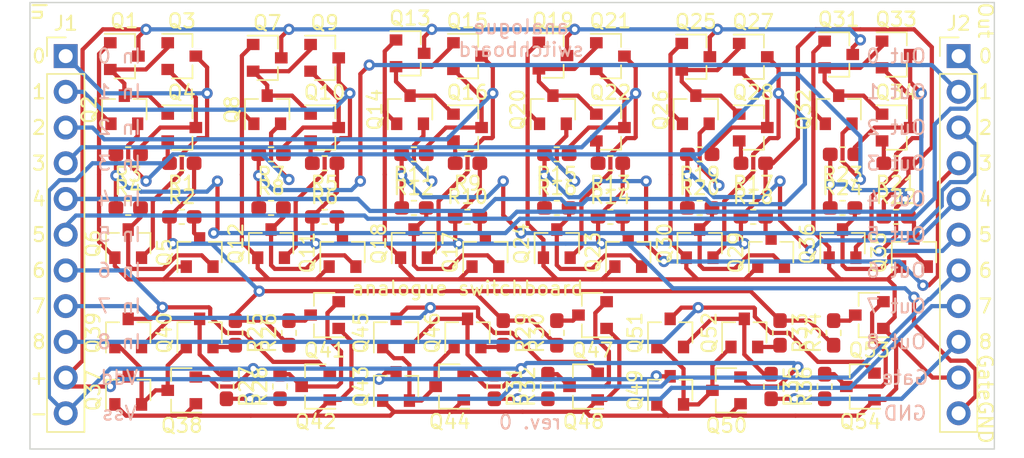
<source format=kicad_pcb>
(kicad_pcb (version 20171130) (host pcbnew 5.1.6)
  (layers (0 F.Cu signal) (31 B.Cu signal) (34 B.Paste user) (35 F.Paste user) (36 B.SilkS user) (37 F.SilkS user) (38 B.Mask user) (39 F.Mask user) (44 Edge.Cuts user))
  (net 0 "")
  (net 1 Vdd)
  (net 2 "Net-(Q1-Pad2)")
  (net 3 Gate)
  (net 4 Vss)
  (net 5 I0)
  (net 6 "Net-(Q3-Pad2)")
  (net 7 "Net-(Q4-Pad2)")
  (net 8 "Net-(Q5-Pad3)")
  (net 9 "Net-(Q5-Pad2)")
  (net 10 "Net-(Q10-Pad1)")
  (net 11 I1)
  (net 12 "Net-(Q10-Pad3)")
  (net 13 "Net-(Q10-Pad2)")
  (net 14 "Net-(Q11-Pad3)")
  (net 15 "Net-(Q11-Pad2)")
  (net 16 "Net-(Q13-Pad2)")
  (net 17 I2)
  (net 18 "Net-(Q15-Pad2)")
  (net 19 "Net-(Q16-Pad2)")
  (net 20 "Net-(Q17-Pad3)")
  (net 21 "Net-(Q17-Pad2)")
  (net 22 "Net-(Q19-Pad2)")
  (net 23 I3)
  (net 24 "Net-(Q21-Pad2)")
  (net 25 "Net-(Q22-Pad2)")
  (net 26 "Net-(Q23-Pad3)")
  (net 27 "Net-(Q23-Pad2)")
  (net 28 "Net-(Q25-Pad2)")
  (net 29 I4)
  (net 30 "Net-(Q27-Pad2)")
  (net 31 "Net-(Q28-Pad2)")
  (net 32 "Net-(Q29-Pad3)")
  (net 33 "Net-(Q29-Pad2)")
  (net 34 "Net-(Q31-Pad2)")
  (net 35 I5)
  (net 36 "Net-(Q33-Pad2)")
  (net 37 "Net-(Q34-Pad2)")
  (net 38 "Net-(Q35-Pad3)")
  (net 39 "Net-(Q35-Pad2)")
  (net 40 "Net-(Q37-Pad2)")
  (net 41 I6)
  (net 42 "Net-(Q39-Pad2)")
  (net 43 "Net-(Q40-Pad2)")
  (net 44 "Net-(Q41-Pad3)")
  (net 45 "Net-(Q41-Pad2)")
  (net 46 "Net-(Q43-Pad2)")
  (net 47 I7)
  (net 48 "Net-(Q45-Pad2)")
  (net 49 "Net-(Q46-Pad2)")
  (net 50 "Net-(Q47-Pad3)")
  (net 51 "Net-(Q47-Pad2)")
  (net 52 "Net-(Q49-Pad2)")
  (net 53 I8)
  (net 54 "Net-(Q51-Pad2)")
  (net 55 "Net-(Q52-Pad2)")
  (net 56 "Net-(Q53-Pad3)")
  (net 57 "Net-(Q53-Pad2)")
  (net 58 GND)
  (net 59 O0)
  (net 60 O1)
  (net 61 O2)
  (net 62 O3)
  (net 63 O4)
  (net 64 O5)
  (net 65 O6)
  (net 66 O7)
  (net 67 O8)
  (module Connector_PinHeader_2.54mm:PinHeader_1x11_P2.54mm_Vertical (layer F.Cu) (at 173.355 31.115)
    (fp_text reference J2 (at 0 -2.33) (layer F.SilkS))
    (fp_text value Conn_01x11)
    (pad 1 thru_hole rect (at 0 0) (size 1.7 1.7) (drill 1) (layers *.Cu *.Mask) (net 59 O0))
    (pad 2 thru_hole oval (at 0 2.54) (size 1.7 1.7) (drill 1) (layers *.Cu *.Mask) (net 60 O1))
    (pad 3 thru_hole oval (at 0 5.08) (size 1.7 1.7) (drill 1) (layers *.Cu *.Mask) (net 61 O2))
    (pad 4 thru_hole oval (at 0 7.62) (size 1.7 1.7) (drill 1) (layers *.Cu *.Mask) (net 62 O3))
    (pad 5 thru_hole oval (at 0 10.16) (size 1.7 1.7) (drill 1) (layers *.Cu *.Mask) (net 63 O4))
    (pad 6 thru_hole oval (at 0 12.7) (size 1.7 1.7) (drill 1) (layers *.Cu *.Mask) (net 64 O5))
    (pad 7 thru_hole oval (at 0 15.24) (size 1.7 1.7) (drill 1) (layers *.Cu *.Mask) (net 65 O6))
    (pad 8 thru_hole oval (at 0 17.78) (size 1.7 1.7) (drill 1) (layers *.Cu *.Mask) (net 66 O7))
    (pad 9 thru_hole oval (at 0 20.32) (size 1.7 1.7) (drill 1) (layers *.Cu *.Mask) (net 67 O8))
    (pad 10 thru_hole oval (at 0 22.86) (size 1.7 1.7) (drill 1) (layers *.Cu *.Mask) (net 3 Gate))
    (pad 11 thru_hole oval (at 0 25.4) (size 1.7 1.7) (drill 1) (layers *.Cu *.Mask) (net 58 GND))
  )
  (module Connector_PinHeader_2.54mm:PinHeader_1x11_P2.54mm_Vertical (layer F.Cu) (at 109.855 31.115)
    (fp_text reference J1 (at 0 -2.33) (layer F.SilkS))
    (fp_text value Conn_01x11)
    (pad 11 thru_hole oval (at 0 25.4) (size 1.7 1.7) (drill 1) (layers *.Cu *.Mask) (net 4 Vss))
    (pad 10 thru_hole oval (at 0 22.86) (size 1.7 1.7) (drill 1) (layers *.Cu *.Mask) (net 1 Vdd))
    (pad 9 thru_hole oval (at 0 20.32) (size 1.7 1.7) (drill 1) (layers *.Cu *.Mask) (net 53 I8))
    (pad 8 thru_hole oval (at 0 17.78) (size 1.7 1.7) (drill 1) (layers *.Cu *.Mask) (net 47 I7))
    (pad 7 thru_hole oval (at 0 15.24) (size 1.7 1.7) (drill 1) (layers *.Cu *.Mask) (net 41 I6))
    (pad 6 thru_hole oval (at 0 12.7) (size 1.7 1.7) (drill 1) (layers *.Cu *.Mask) (net 35 I5))
    (pad 5 thru_hole oval (at 0 10.16) (size 1.7 1.7) (drill 1) (layers *.Cu *.Mask) (net 29 I4))
    (pad 4 thru_hole oval (at 0 7.62) (size 1.7 1.7) (drill 1) (layers *.Cu *.Mask) (net 23 I3))
    (pad 3 thru_hole oval (at 0 5.08) (size 1.7 1.7) (drill 1) (layers *.Cu *.Mask) (net 17 I2))
    (pad 2 thru_hole oval (at 0 2.54) (size 1.7 1.7) (drill 1) (layers *.Cu *.Mask) (net 11 I1))
    (pad 1 thru_hole rect (at 0 0) (size 1.7 1.7) (drill 1) (layers *.Cu *.Mask) (net 5 I0))
  )
  (module Resistor_SMD:R_0603_1608Metric_Pad1.05x0.95mm_HandSolder (layer F.Cu) (at 163.83 54.61 90)
    (fp_text reference R36 (at 0 -1.43 90) (layer F.SilkS))
    (fp_text value 12k)
    (pad 1 smd roundrect (at -0.875 0 90) (size 1.05 0.95) (layers F.Cu F.Paste F.Mask) (net 67 O8))
    (pad 2 smd roundrect (at 0.875 0 90) (size 1.05 0.95) (layers F.Cu F.Paste F.Mask) (net 57 "Net-(Q53-Pad2)"))
  )
  (module Resistor_SMD:R_0603_1608Metric_Pad1.05x0.95mm_HandSolder (layer F.Cu) (at 160.02 54.61 270)
    (fp_text reference R35 (at 0 -1.43 90) (layer F.SilkS))
    (fp_text value 12k)
    (pad 1 smd roundrect (at -0.875 0 270) (size 1.05 0.95) (layers F.Cu F.Paste F.Mask) (net 54 "Net-(Q51-Pad2)"))
    (pad 2 smd roundrect (at 0.875 0 270) (size 1.05 0.95) (layers F.Cu F.Paste F.Mask) (net 67 O8))
  )
  (module Resistor_SMD:R_0603_1608Metric_Pad1.05x0.95mm_HandSolder (layer F.Cu) (at 164.465 50.8 90)
    (fp_text reference R34 (at 0 -1.43 90) (layer F.SilkS))
    (fp_text value 12k)
    (pad 1 smd roundrect (at -0.875 0 90) (size 1.05 0.95) (layers F.Cu F.Paste F.Mask) (net 58 GND))
    (pad 2 smd roundrect (at 0.875 0 90) (size 1.05 0.95) (layers F.Cu F.Paste F.Mask) (net 56 "Net-(Q53-Pad3)"))
  )
  (module Resistor_SMD:R_0603_1608Metric_Pad1.05x0.95mm_HandSolder (layer F.Cu) (at 160.655 50.8 270)
    (fp_text reference R33 (at 0 -1.43 90) (layer F.SilkS))
    (fp_text value 12k)
    (pad 1 smd roundrect (at -0.875 0 270) (size 1.05 0.95) (layers F.Cu F.Paste F.Mask) (net 58 GND))
    (pad 2 smd roundrect (at 0.875 0 270) (size 1.05 0.95) (layers F.Cu F.Paste F.Mask) (net 55 "Net-(Q52-Pad2)"))
  )
  (module Resistor_SMD:R_0603_1608Metric_Pad1.05x0.95mm_HandSolder (layer F.Cu) (at 144.145 54.61 90)
    (fp_text reference R32 (at 0 -1.43 90) (layer F.SilkS))
    (fp_text value 12k)
    (pad 2 smd roundrect (at 0.875 0 90) (size 1.05 0.95) (layers F.Cu F.Paste F.Mask) (net 51 "Net-(Q47-Pad2)"))
    (pad 1 smd roundrect (at -0.875 0 90) (size 1.05 0.95) (layers F.Cu F.Paste F.Mask) (net 66 O7))
  )
  (module Resistor_SMD:R_0603_1608Metric_Pad1.05x0.95mm_HandSolder (layer F.Cu) (at 140.335 54.61 270)
    (fp_text reference R31 (at 0 -1.43 90) (layer F.SilkS))
    (fp_text value 12k)
    (pad 2 smd roundrect (at 0.875 0 270) (size 1.05 0.95) (layers F.Cu F.Paste F.Mask) (net 66 O7))
    (pad 1 smd roundrect (at -0.875 0 270) (size 1.05 0.95) (layers F.Cu F.Paste F.Mask) (net 48 "Net-(Q45-Pad2)"))
  )
  (module Resistor_SMD:R_0603_1608Metric_Pad1.05x0.95mm_HandSolder (layer F.Cu) (at 144.78 50.8 90)
    (fp_text reference R30 (at 0 -1.43 90) (layer F.SilkS))
    (fp_text value 12k)
    (pad 2 smd roundrect (at 0.875 0 90) (size 1.05 0.95) (layers F.Cu F.Paste F.Mask) (net 50 "Net-(Q47-Pad3)"))
    (pad 1 smd roundrect (at -0.875 0 90) (size 1.05 0.95) (layers F.Cu F.Paste F.Mask) (net 58 GND))
  )
  (module Resistor_SMD:R_0603_1608Metric_Pad1.05x0.95mm_HandSolder (layer F.Cu) (at 140.97 50.8 270)
    (fp_text reference R29 (at 0 -1.43 90) (layer F.SilkS))
    (fp_text value 12k)
    (pad 2 smd roundrect (at 0.875 0 270) (size 1.05 0.95) (layers F.Cu F.Paste F.Mask) (net 49 "Net-(Q46-Pad2)"))
    (pad 1 smd roundrect (at -0.875 0 270) (size 1.05 0.95) (layers F.Cu F.Paste F.Mask) (net 58 GND))
  )
  (module Resistor_SMD:R_0603_1608Metric_Pad1.05x0.95mm_HandSolder (layer F.Cu) (at 125.095 54.61 90)
    (fp_text reference R28 (at 0 -1.43 90) (layer F.SilkS))
    (fp_text value 12k)
    (pad 2 smd roundrect (at 0.875 0 90) (size 1.05 0.95) (layers F.Cu F.Paste F.Mask) (net 45 "Net-(Q41-Pad2)"))
    (pad 1 smd roundrect (at -0.875 0 90) (size 1.05 0.95) (layers F.Cu F.Paste F.Mask) (net 65 O6))
  )
  (module Resistor_SMD:R_0603_1608Metric_Pad1.05x0.95mm_HandSolder (layer F.Cu) (at 121.285 54.61 270)
    (fp_text reference R27 (at 0 -1.43 90) (layer F.SilkS))
    (fp_text value 12k)
    (pad 2 smd roundrect (at 0.875 0 270) (size 1.05 0.95) (layers F.Cu F.Paste F.Mask) (net 65 O6))
    (pad 1 smd roundrect (at -0.875 0 270) (size 1.05 0.95) (layers F.Cu F.Paste F.Mask) (net 42 "Net-(Q39-Pad2)"))
  )
  (module Resistor_SMD:R_0603_1608Metric_Pad1.05x0.95mm_HandSolder (layer F.Cu) (at 125.73 50.8 90)
    (fp_text reference R26 (at 0 -1.43 90) (layer F.SilkS))
    (fp_text value 12k)
    (pad 2 smd roundrect (at 0.875 0 90) (size 1.05 0.95) (layers F.Cu F.Paste F.Mask) (net 44 "Net-(Q41-Pad3)"))
    (pad 1 smd roundrect (at -0.875 0 90) (size 1.05 0.95) (layers F.Cu F.Paste F.Mask) (net 58 GND))
  )
  (module Resistor_SMD:R_0603_1608Metric_Pad1.05x0.95mm_HandSolder (layer F.Cu) (at 121.92 50.8 270)
    (fp_text reference R25 (at 0 -1.43 90) (layer F.SilkS))
    (fp_text value 12k)
    (pad 2 smd roundrect (at 0.875 0 270) (size 1.05 0.95) (layers F.Cu F.Paste F.Mask) (net 43 "Net-(Q40-Pad2)"))
    (pad 1 smd roundrect (at -0.875 0 270) (size 1.05 0.95) (layers F.Cu F.Paste F.Mask) (net 58 GND))
  )
  (module Resistor_SMD:R_0603_1608Metric_Pad1.05x0.95mm_HandSolder (layer F.Cu) (at 165.1 41.91)
    (fp_text reference R24 (at 0 -1.43) (layer F.SilkS))
    (fp_text value 12k)
    (pad 2 smd roundrect (at 0.875 0) (size 1.05 0.95) (layers F.Cu F.Paste F.Mask) (net 39 "Net-(Q35-Pad2)"))
    (pad 1 smd roundrect (at -0.875 0) (size 1.05 0.95) (layers F.Cu F.Paste F.Mask) (net 64 O5))
  )
  (module Resistor_SMD:R_0603_1608Metric_Pad1.05x0.95mm_HandSolder (layer F.Cu) (at 165.1 38.1 180)
    (fp_text reference R23 (at 0 -1.43) (layer F.SilkS))
    (fp_text value 12k)
    (pad 2 smd roundrect (at 0.875 0 180) (size 1.05 0.95) (layers F.Cu F.Paste F.Mask) (net 64 O5))
    (pad 1 smd roundrect (at -0.875 0 180) (size 1.05 0.95) (layers F.Cu F.Paste F.Mask) (net 36 "Net-(Q33-Pad2)"))
  )
  (module Resistor_SMD:R_0603_1608Metric_Pad1.05x0.95mm_HandSolder (layer F.Cu) (at 168.91 42.545)
    (fp_text reference R22 (at 0 -1.43) (layer F.SilkS))
    (fp_text value 12k)
    (pad 2 smd roundrect (at 0.875 0) (size 1.05 0.95) (layers F.Cu F.Paste F.Mask) (net 38 "Net-(Q35-Pad3)"))
    (pad 1 smd roundrect (at -0.875 0) (size 1.05 0.95) (layers F.Cu F.Paste F.Mask) (net 58 GND))
  )
  (module Resistor_SMD:R_0603_1608Metric_Pad1.05x0.95mm_HandSolder (layer F.Cu) (at 168.91 38.735 180)
    (fp_text reference R21 (at 0 -1.43) (layer F.SilkS))
    (fp_text value 12k)
    (pad 2 smd roundrect (at 0.875 0 180) (size 1.05 0.95) (layers F.Cu F.Paste F.Mask) (net 37 "Net-(Q34-Pad2)"))
    (pad 1 smd roundrect (at -0.875 0 180) (size 1.05 0.95) (layers F.Cu F.Paste F.Mask) (net 58 GND))
  )
  (module Resistor_SMD:R_0603_1608Metric_Pad1.05x0.95mm_HandSolder (layer F.Cu) (at 154.94 41.91)
    (fp_text reference R20 (at 0 -1.43) (layer F.SilkS))
    (fp_text value 12k)
    (pad 2 smd roundrect (at 0.875 0) (size 1.05 0.95) (layers F.Cu F.Paste F.Mask) (net 33 "Net-(Q29-Pad2)"))
    (pad 1 smd roundrect (at -0.875 0) (size 1.05 0.95) (layers F.Cu F.Paste F.Mask) (net 63 O4))
  )
  (module Resistor_SMD:R_0603_1608Metric_Pad1.05x0.95mm_HandSolder (layer F.Cu) (at 154.94 38.1 180)
    (fp_text reference R19 (at 0 -1.43) (layer F.SilkS))
    (fp_text value 12k)
    (pad 2 smd roundrect (at 0.875 0 180) (size 1.05 0.95) (layers F.Cu F.Paste F.Mask) (net 63 O4))
    (pad 1 smd roundrect (at -0.875 0 180) (size 1.05 0.95) (layers F.Cu F.Paste F.Mask) (net 30 "Net-(Q27-Pad2)"))
  )
  (module Resistor_SMD:R_0603_1608Metric_Pad1.05x0.95mm_HandSolder (layer F.Cu) (at 158.75 42.545)
    (fp_text reference R18 (at 0 -1.43) (layer F.SilkS))
    (fp_text value 12k)
    (pad 2 smd roundrect (at 0.875 0) (size 1.05 0.95) (layers F.Cu F.Paste F.Mask) (net 32 "Net-(Q29-Pad3)"))
    (pad 1 smd roundrect (at -0.875 0) (size 1.05 0.95) (layers F.Cu F.Paste F.Mask) (net 58 GND))
  )
  (module Resistor_SMD:R_0603_1608Metric_Pad1.05x0.95mm_HandSolder (layer F.Cu) (at 158.75 38.735 180)
    (fp_text reference R17 (at 0 -1.43) (layer F.SilkS))
    (fp_text value 12k)
    (pad 2 smd roundrect (at 0.875 0 180) (size 1.05 0.95) (layers F.Cu F.Paste F.Mask) (net 31 "Net-(Q28-Pad2)"))
    (pad 1 smd roundrect (at -0.875 0 180) (size 1.05 0.95) (layers F.Cu F.Paste F.Mask) (net 58 GND))
  )
  (module Resistor_SMD:R_0603_1608Metric_Pad1.05x0.95mm_HandSolder (layer F.Cu) (at 144.78 41.91)
    (fp_text reference R16 (at 0 -1.43) (layer F.SilkS))
    (fp_text value 12k)
    (pad 2 smd roundrect (at 0.875 0) (size 1.05 0.95) (layers F.Cu F.Paste F.Mask) (net 27 "Net-(Q23-Pad2)"))
    (pad 1 smd roundrect (at -0.875 0) (size 1.05 0.95) (layers F.Cu F.Paste F.Mask) (net 62 O3))
  )
  (module Resistor_SMD:R_0603_1608Metric_Pad1.05x0.95mm_HandSolder (layer F.Cu) (at 144.78 38.1 180)
    (fp_text reference R15 (at 0 -1.43) (layer F.SilkS))
    (fp_text value 12k)
    (pad 2 smd roundrect (at 0.875 0 180) (size 1.05 0.95) (layers F.Cu F.Paste F.Mask) (net 62 O3))
    (pad 1 smd roundrect (at -0.875 0 180) (size 1.05 0.95) (layers F.Cu F.Paste F.Mask) (net 24 "Net-(Q21-Pad2)"))
  )
  (module Resistor_SMD:R_0603_1608Metric_Pad1.05x0.95mm_HandSolder (layer F.Cu) (at 148.59 42.545)
    (fp_text reference R14 (at 0 -1.43) (layer F.SilkS))
    (fp_text value 12k)
    (pad 2 smd roundrect (at 0.875 0) (size 1.05 0.95) (layers F.Cu F.Paste F.Mask) (net 26 "Net-(Q23-Pad3)"))
    (pad 1 smd roundrect (at -0.875 0) (size 1.05 0.95) (layers F.Cu F.Paste F.Mask) (net 58 GND))
  )
  (module Resistor_SMD:R_0603_1608Metric_Pad1.05x0.95mm_HandSolder (layer F.Cu) (at 148.59 38.735 180)
    (fp_text reference R13 (at 0 -1.43) (layer F.SilkS))
    (fp_text value 12k)
    (pad 2 smd roundrect (at 0.875 0 180) (size 1.05 0.95) (layers F.Cu F.Paste F.Mask) (net 25 "Net-(Q22-Pad2)"))
    (pad 1 smd roundrect (at -0.875 0 180) (size 1.05 0.95) (layers F.Cu F.Paste F.Mask) (net 58 GND))
  )
  (module Resistor_SMD:R_0603_1608Metric_Pad1.05x0.95mm_HandSolder (layer F.Cu) (at 134.62 41.91)
    (fp_text reference R12 (at 0 -1.43) (layer F.SilkS))
    (fp_text value 12k)
    (pad 2 smd roundrect (at 0.875 0) (size 1.05 0.95) (layers F.Cu F.Paste F.Mask) (net 21 "Net-(Q17-Pad2)"))
    (pad 1 smd roundrect (at -0.875 0) (size 1.05 0.95) (layers F.Cu F.Paste F.Mask) (net 61 O2))
  )
  (module Resistor_SMD:R_0603_1608Metric_Pad1.05x0.95mm_HandSolder (layer F.Cu) (at 134.62 38.1 180)
    (fp_text reference R11 (at 0 -1.43) (layer F.SilkS))
    (fp_text value 12k)
    (pad 2 smd roundrect (at 0.875 0 180) (size 1.05 0.95) (layers F.Cu F.Paste F.Mask) (net 61 O2))
    (pad 1 smd roundrect (at -0.875 0 180) (size 1.05 0.95) (layers F.Cu F.Paste F.Mask) (net 18 "Net-(Q15-Pad2)"))
  )
  (module Resistor_SMD:R_0603_1608Metric_Pad1.05x0.95mm_HandSolder (layer F.Cu) (at 138.43 42.545)
    (fp_text reference R10 (at 0 -1.43) (layer F.SilkS))
    (fp_text value 12k)
    (pad 2 smd roundrect (at 0.875 0) (size 1.05 0.95) (layers F.Cu F.Paste F.Mask) (net 20 "Net-(Q17-Pad3)"))
    (pad 1 smd roundrect (at -0.875 0) (size 1.05 0.95) (layers F.Cu F.Paste F.Mask) (net 58 GND))
  )
  (module Resistor_SMD:R_0603_1608Metric_Pad1.05x0.95mm_HandSolder (layer F.Cu) (at 138.43 38.735 180)
    (fp_text reference R9 (at 0 -1.43) (layer F.SilkS))
    (fp_text value 12k)
    (pad 2 smd roundrect (at 0.875 0 180) (size 1.05 0.95) (layers F.Cu F.Paste F.Mask) (net 19 "Net-(Q16-Pad2)"))
    (pad 1 smd roundrect (at -0.875 0 180) (size 1.05 0.95) (layers F.Cu F.Paste F.Mask) (net 58 GND))
  )
  (module Resistor_SMD:R_0603_1608Metric_Pad1.05x0.95mm_HandSolder (layer F.Cu) (at 124.46 41.91)
    (fp_text reference R8 (at 0 -1.43) (layer F.SilkS))
    (fp_text value 12k)
    (pad 2 smd roundrect (at 0.875 0) (size 1.05 0.95) (layers F.Cu F.Paste F.Mask) (net 15 "Net-(Q11-Pad2)"))
    (pad 1 smd roundrect (at -0.875 0) (size 1.05 0.95) (layers F.Cu F.Paste F.Mask) (net 60 O1))
  )
  (module Resistor_SMD:R_0603_1608Metric_Pad1.05x0.95mm_HandSolder (layer F.Cu) (at 124.46 38.1 180)
    (fp_text reference R7 (at 0 -1.43) (layer F.SilkS))
    (fp_text value 12k)
    (pad 2 smd roundrect (at 0.875 0 180) (size 1.05 0.95) (layers F.Cu F.Paste F.Mask) (net 60 O1))
    (pad 1 smd roundrect (at -0.875 0 180) (size 1.05 0.95) (layers F.Cu F.Paste F.Mask) (net 12 "Net-(Q10-Pad3)"))
  )
  (module Resistor_SMD:R_0603_1608Metric_Pad1.05x0.95mm_HandSolder (layer F.Cu) (at 128.27 42.545)
    (fp_text reference R6 (at 0 -1.43) (layer F.SilkS))
    (fp_text value 12k)
    (pad 2 smd roundrect (at 0.875 0) (size 1.05 0.95) (layers F.Cu F.Paste F.Mask) (net 14 "Net-(Q11-Pad3)"))
    (pad 1 smd roundrect (at -0.875 0) (size 1.05 0.95) (layers F.Cu F.Paste F.Mask) (net 58 GND))
  )
  (module Resistor_SMD:R_0603_1608Metric_Pad1.05x0.95mm_HandSolder (layer F.Cu) (at 128.27 38.735 180)
    (fp_text reference R5 (at 0 -1.43) (layer F.SilkS))
    (fp_text value 12k)
    (pad 2 smd roundrect (at 0.875 0 180) (size 1.05 0.95) (layers F.Cu F.Paste F.Mask) (net 13 "Net-(Q10-Pad2)"))
    (pad 1 smd roundrect (at -0.875 0 180) (size 1.05 0.95) (layers F.Cu F.Paste F.Mask) (net 58 GND))
  )
  (module Resistor_SMD:R_0603_1608Metric_Pad1.05x0.95mm_HandSolder (layer F.Cu) (at 114.3 41.91)
    (fp_text reference R4 (at 0 -1.43) (layer F.SilkS))
    (fp_text value 12k)
    (pad 2 smd roundrect (at 0.875 0) (size 1.05 0.95) (layers F.Cu F.Paste F.Mask) (net 9 "Net-(Q5-Pad2)"))
    (pad 1 smd roundrect (at -0.875 0) (size 1.05 0.95) (layers F.Cu F.Paste F.Mask) (net 59 O0))
  )
  (module Resistor_SMD:R_0603_1608Metric_Pad1.05x0.95mm_HandSolder (layer F.Cu) (at 114.3 38.1 180)
    (fp_text reference R3 (at 0 -1.43) (layer F.SilkS))
    (fp_text value 12k)
    (pad 2 smd roundrect (at 0.875 0 180) (size 1.05 0.95) (layers F.Cu F.Paste F.Mask) (net 59 O0))
    (pad 1 smd roundrect (at -0.875 0 180) (size 1.05 0.95) (layers F.Cu F.Paste F.Mask) (net 6 "Net-(Q3-Pad2)"))
  )
  (module Resistor_SMD:R_0603_1608Metric_Pad1.05x0.95mm_HandSolder (layer F.Cu) (at 118.11 42.545)
    (fp_text reference R2 (at 0 -1.43) (layer F.SilkS))
    (fp_text value 12k)
    (pad 2 smd roundrect (at 0.875 0) (size 1.05 0.95) (layers F.Cu F.Paste F.Mask) (net 8 "Net-(Q5-Pad3)"))
    (pad 1 smd roundrect (at -0.875 0) (size 1.05 0.95) (layers F.Cu F.Paste F.Mask) (net 58 GND))
  )
  (module Resistor_SMD:R_0603_1608Metric_Pad1.05x0.95mm_HandSolder (layer F.Cu) (at 118.11 38.735 180)
    (fp_text reference R1 (at 0 -1.43) (layer F.SilkS))
    (fp_text value 12k)
    (pad 2 smd roundrect (at 0.875 0 180) (size 1.05 0.95) (layers F.Cu F.Paste F.Mask) (net 7 "Net-(Q4-Pad2)"))
    (pad 1 smd roundrect (at -0.875 0 180) (size 1.05 0.95) (layers F.Cu F.Paste F.Mask) (net 58 GND))
  )
  (module Package_TO_SOT_SMD:SOT-23 (layer F.Cu) (at 166.37 54.61 180)
    (fp_text reference Q54 (at 0 -2.5) (layer F.SilkS))
    (fp_text value 2N7002)
    (pad 1 smd rect (at -1 -0.95 180) (size 0.9 0.8) (layers F.Cu F.Paste F.Mask) (net 3 Gate))
    (pad 2 smd rect (at -1 0.95 180) (size 0.9 0.8) (layers F.Cu F.Paste F.Mask) (net 53 I8))
    (pad 3 smd rect (at 1 0 180) (size 0.9 0.8) (layers F.Cu F.Paste F.Mask) (net 57 "Net-(Q53-Pad2)"))
  )
  (module Package_TO_SOT_SMD:SOT-23 (layer F.Cu) (at 167.005 49.53 180)
    (fp_text reference Q53 (at 0 -2.5) (layer F.SilkS))
    (fp_text value 2N7002)
    (pad 1 smd rect (at -1 -0.95 180) (size 0.9 0.8) (layers F.Cu F.Paste F.Mask) (net 3 Gate))
    (pad 2 smd rect (at -1 0.95 180) (size 0.9 0.8) (layers F.Cu F.Paste F.Mask) (net 57 "Net-(Q53-Pad2)"))
    (pad 3 smd rect (at 1 0 180) (size 0.9 0.8) (layers F.Cu F.Paste F.Mask) (net 56 "Net-(Q53-Pad3)"))
  )
  (module Package_TO_SOT_SMD:SOT-23 (layer F.Cu) (at 158.115 50.8 90)
    (fp_text reference Q52 (at 0 -2.5 90) (layer F.SilkS))
    (fp_text value BSS84)
    (pad 1 smd rect (at -1 -0.95 90) (size 0.9 0.8) (layers F.Cu F.Paste F.Mask) (net 52 "Net-(Q49-Pad2)"))
    (pad 2 smd rect (at -1 0.95 90) (size 0.9 0.8) (layers F.Cu F.Paste F.Mask) (net 55 "Net-(Q52-Pad2)"))
    (pad 3 smd rect (at 1 0 90) (size 0.9 0.8) (layers F.Cu F.Paste F.Mask) (net 54 "Net-(Q51-Pad2)"))
  )
  (module Package_TO_SOT_SMD:SOT-23 (layer F.Cu) (at 152.8425 50.8 90)
    (fp_text reference Q51 (at 0 -2.5 90) (layer F.SilkS))
    (fp_text value BSS84)
    (pad 1 smd rect (at -1 -0.95 90) (size 0.9 0.8) (layers F.Cu F.Paste F.Mask) (net 52 "Net-(Q49-Pad2)"))
    (pad 2 smd rect (at -1 0.95 90) (size 0.9 0.8) (layers F.Cu F.Paste F.Mask) (net 54 "Net-(Q51-Pad2)"))
    (pad 3 smd rect (at 1 0 90) (size 0.9 0.8) (layers F.Cu F.Paste F.Mask) (net 53 I8))
  )
  (module Package_TO_SOT_SMD:SOT-23 (layer F.Cu) (at 156.845 54.885 180)
    (fp_text reference Q50 (at 0 -2.5) (layer F.SilkS))
    (fp_text value 2N7002)
    (pad 1 smd rect (at -1 -0.95 180) (size 0.9 0.8) (layers F.Cu F.Paste F.Mask) (net 3 Gate))
    (pad 2 smd rect (at -1 0.95 180) (size 0.9 0.8) (layers F.Cu F.Paste F.Mask) (net 4 Vss))
    (pad 3 smd rect (at 1 0 180) (size 0.9 0.8) (layers F.Cu F.Paste F.Mask) (net 52 "Net-(Q49-Pad2)"))
  )
  (module Package_TO_SOT_SMD:SOT-23 (layer F.Cu) (at 152.8425 54.885 90)
    (fp_text reference Q49 (at 0 -2.5 90) (layer F.SilkS))
    (fp_text value BSS84)
    (pad 1 smd rect (at -1 -0.95 90) (size 0.9 0.8) (layers F.Cu F.Paste F.Mask) (net 3 Gate))
    (pad 2 smd rect (at -1 0.95 90) (size 0.9 0.8) (layers F.Cu F.Paste F.Mask) (net 52 "Net-(Q49-Pad2)"))
    (pad 3 smd rect (at 1 0 90) (size 0.9 0.8) (layers F.Cu F.Paste F.Mask) (net 1 Vdd))
  )
  (module Package_TO_SOT_SMD:SOT-23 (layer F.Cu) (at 146.685 54.61 180)
    (fp_text reference Q48 (at 0 -2.5) (layer F.SilkS))
    (fp_text value 2N7002)
    (pad 3 smd rect (at 1 0 180) (size 0.9 0.8) (layers F.Cu F.Paste F.Mask) (net 51 "Net-(Q47-Pad2)"))
    (pad 2 smd rect (at -1 0.95 180) (size 0.9 0.8) (layers F.Cu F.Paste F.Mask) (net 47 I7))
    (pad 1 smd rect (at -1 -0.95 180) (size 0.9 0.8) (layers F.Cu F.Paste F.Mask) (net 3 Gate))
  )
  (module Package_TO_SOT_SMD:SOT-23 (layer F.Cu) (at 147.32 49.53 180)
    (fp_text reference Q47 (at 0 -2.5) (layer F.SilkS))
    (fp_text value 2N7002)
    (pad 3 smd rect (at 1 0 180) (size 0.9 0.8) (layers F.Cu F.Paste F.Mask) (net 50 "Net-(Q47-Pad3)"))
    (pad 2 smd rect (at -1 0.95 180) (size 0.9 0.8) (layers F.Cu F.Paste F.Mask) (net 51 "Net-(Q47-Pad2)"))
    (pad 1 smd rect (at -1 -0.95 180) (size 0.9 0.8) (layers F.Cu F.Paste F.Mask) (net 3 Gate))
  )
  (module Package_TO_SOT_SMD:SOT-23 (layer F.Cu) (at 138.43 50.8 90)
    (fp_text reference Q46 (at 0 -2.5 90) (layer F.SilkS))
    (fp_text value BSS84)
    (pad 3 smd rect (at 1 0 90) (size 0.9 0.8) (layers F.Cu F.Paste F.Mask) (net 48 "Net-(Q45-Pad2)"))
    (pad 2 smd rect (at -1 0.95 90) (size 0.9 0.8) (layers F.Cu F.Paste F.Mask) (net 49 "Net-(Q46-Pad2)"))
    (pad 1 smd rect (at -1 -0.95 90) (size 0.9 0.8) (layers F.Cu F.Paste F.Mask) (net 46 "Net-(Q43-Pad2)"))
  )
  (module Package_TO_SOT_SMD:SOT-23 (layer F.Cu) (at 133.35 50.8 90)
    (fp_text reference Q45 (at 0 -2.5 90) (layer F.SilkS))
    (fp_text value BSS84)
    (pad 3 smd rect (at 1 0 90) (size 0.9 0.8) (layers F.Cu F.Paste F.Mask) (net 47 I7))
    (pad 2 smd rect (at -1 0.95 90) (size 0.9 0.8) (layers F.Cu F.Paste F.Mask) (net 48 "Net-(Q45-Pad2)"))
    (pad 1 smd rect (at -1 -0.95 90) (size 0.9 0.8) (layers F.Cu F.Paste F.Mask) (net 46 "Net-(Q43-Pad2)"))
  )
  (module Package_TO_SOT_SMD:SOT-23 (layer F.Cu) (at 137.16 54.61 180)
    (fp_text reference Q44 (at 0 -2.5) (layer F.SilkS))
    (fp_text value 2N7002)
    (pad 3 smd rect (at 1 0 180) (size 0.9 0.8) (layers F.Cu F.Paste F.Mask) (net 46 "Net-(Q43-Pad2)"))
    (pad 2 smd rect (at -1 0.95 180) (size 0.9 0.8) (layers F.Cu F.Paste F.Mask) (net 4 Vss))
    (pad 1 smd rect (at -1 -0.95 180) (size 0.9 0.8) (layers F.Cu F.Paste F.Mask) (net 3 Gate))
  )
  (module Package_TO_SOT_SMD:SOT-23 (layer F.Cu) (at 133.35 54.61 90)
    (fp_text reference Q43 (at 0 -2.5 90) (layer F.SilkS))
    (fp_text value BSS84)
    (pad 1 smd rect (at -1 -0.95 90) (size 0.9 0.8) (layers F.Cu F.Paste F.Mask) (net 3 Gate))
    (pad 2 smd rect (at -1 0.95 90) (size 0.9 0.8) (layers F.Cu F.Paste F.Mask) (net 46 "Net-(Q43-Pad2)"))
    (pad 3 smd rect (at 1 0 90) (size 0.9 0.8) (layers F.Cu F.Paste F.Mask) (net 1 Vdd))
  )
  (module Package_TO_SOT_SMD:SOT-23 (layer F.Cu) (at 127.635 54.61 180)
    (fp_text reference Q42 (at 0 -2.5) (layer F.SilkS))
    (fp_text value 2N7002)
    (pad 3 smd rect (at 1 0 180) (size 0.9 0.8) (layers F.Cu F.Paste F.Mask) (net 45 "Net-(Q41-Pad2)"))
    (pad 2 smd rect (at -1 0.95 180) (size 0.9 0.8) (layers F.Cu F.Paste F.Mask) (net 41 I6))
    (pad 1 smd rect (at -1 -0.95 180) (size 0.9 0.8) (layers F.Cu F.Paste F.Mask) (net 3 Gate))
  )
  (module Package_TO_SOT_SMD:SOT-23 (layer F.Cu) (at 128.27 49.53 180)
    (fp_text reference Q41 (at 0 -2.5) (layer F.SilkS))
    (fp_text value 2N7002)
    (pad 3 smd rect (at 1 0 180) (size 0.9 0.8) (layers F.Cu F.Paste F.Mask) (net 44 "Net-(Q41-Pad3)"))
    (pad 2 smd rect (at -1 0.95 180) (size 0.9 0.8) (layers F.Cu F.Paste F.Mask) (net 45 "Net-(Q41-Pad2)"))
    (pad 1 smd rect (at -1 -0.95 180) (size 0.9 0.8) (layers F.Cu F.Paste F.Mask) (net 3 Gate))
  )
  (module Package_TO_SOT_SMD:SOT-23 (layer F.Cu) (at 119.38 50.8 90)
    (fp_text reference Q40 (at 0 -2.5 90) (layer F.SilkS))
    (fp_text value BSS84)
    (pad 3 smd rect (at 1 0 90) (size 0.9 0.8) (layers F.Cu F.Paste F.Mask) (net 42 "Net-(Q39-Pad2)"))
    (pad 2 smd rect (at -1 0.95 90) (size 0.9 0.8) (layers F.Cu F.Paste F.Mask) (net 43 "Net-(Q40-Pad2)"))
    (pad 1 smd rect (at -1 -0.95 90) (size 0.9 0.8) (layers F.Cu F.Paste F.Mask) (net 40 "Net-(Q37-Pad2)"))
  )
  (module Package_TO_SOT_SMD:SOT-23 (layer F.Cu) (at 114.3 50.8 90)
    (fp_text reference Q39 (at 0 -2.5 90) (layer F.SilkS))
    (fp_text value BSS84)
    (pad 3 smd rect (at 1 0 90) (size 0.9 0.8) (layers F.Cu F.Paste F.Mask) (net 41 I6))
    (pad 2 smd rect (at -1 0.95 90) (size 0.9 0.8) (layers F.Cu F.Paste F.Mask) (net 42 "Net-(Q39-Pad2)"))
    (pad 1 smd rect (at -1 -0.95 90) (size 0.9 0.8) (layers F.Cu F.Paste F.Mask) (net 40 "Net-(Q37-Pad2)"))
  )
  (module Package_TO_SOT_SMD:SOT-23 (layer F.Cu) (at 118.11 54.885 180)
    (fp_text reference Q38 (at 0 -2.5) (layer F.SilkS))
    (fp_text value 2N7002)
    (pad 3 smd rect (at 1 0 180) (size 0.9 0.8) (layers F.Cu F.Paste F.Mask) (net 40 "Net-(Q37-Pad2)"))
    (pad 2 smd rect (at -1 0.95 180) (size 0.9 0.8) (layers F.Cu F.Paste F.Mask) (net 4 Vss))
    (pad 1 smd rect (at -1 -0.95 180) (size 0.9 0.8) (layers F.Cu F.Paste F.Mask) (net 3 Gate))
  )
  (module Package_TO_SOT_SMD:SOT-23 (layer F.Cu) (at 114.3 54.885 90)
    (fp_text reference Q37 (at 0 -2.5 90) (layer F.SilkS))
    (fp_text value BSS84)
    (pad 3 smd rect (at 1 0 90) (size 0.9 0.8) (layers F.Cu F.Paste F.Mask) (net 1 Vdd))
    (pad 2 smd rect (at -1 0.95 90) (size 0.9 0.8) (layers F.Cu F.Paste F.Mask) (net 40 "Net-(Q37-Pad2)"))
    (pad 1 smd rect (at -1 -0.95 90) (size 0.9 0.8) (layers F.Cu F.Paste F.Mask) (net 3 Gate))
  )
  (module Package_TO_SOT_SMD:SOT-23 (layer F.Cu) (at 165.1 44.45 90)
    (fp_text reference Q36 (at 0 -2.5 90) (layer F.SilkS))
    (fp_text value 2N7002)
    (pad 3 smd rect (at 1 0 90) (size 0.9 0.8) (layers F.Cu F.Paste F.Mask) (net 39 "Net-(Q35-Pad2)"))
    (pad 2 smd rect (at -1 0.95 90) (size 0.9 0.8) (layers F.Cu F.Paste F.Mask) (net 35 I5))
    (pad 1 smd rect (at -1 -0.95 90) (size 0.9 0.8) (layers F.Cu F.Paste F.Mask) (net 3 Gate))
  )
  (module Package_TO_SOT_SMD:SOT-23 (layer F.Cu) (at 170.18 45.085 90)
    (fp_text reference Q35 (at 0 -2.5 90) (layer F.SilkS))
    (fp_text value 2N7002)
    (pad 3 smd rect (at 1 0 90) (size 0.9 0.8) (layers F.Cu F.Paste F.Mask) (net 38 "Net-(Q35-Pad3)"))
    (pad 2 smd rect (at -1 0.95 90) (size 0.9 0.8) (layers F.Cu F.Paste F.Mask) (net 39 "Net-(Q35-Pad2)"))
    (pad 1 smd rect (at -1 -0.95 90) (size 0.9 0.8) (layers F.Cu F.Paste F.Mask) (net 3 Gate))
  )
  (module Package_TO_SOT_SMD:SOT-23 (layer F.Cu) (at 168.91 36.195)
    (fp_text reference Q34 (at 0 -2.5) (layer F.SilkS))
    (fp_text value BSS84)
    (pad 3 smd rect (at 1 0) (size 0.9 0.8) (layers F.Cu F.Paste F.Mask) (net 36 "Net-(Q33-Pad2)"))
    (pad 2 smd rect (at -1 0.95) (size 0.9 0.8) (layers F.Cu F.Paste F.Mask) (net 37 "Net-(Q34-Pad2)"))
    (pad 1 smd rect (at -1 -0.95) (size 0.9 0.8) (layers F.Cu F.Paste F.Mask) (net 34 "Net-(Q31-Pad2)"))
  )
  (module Package_TO_SOT_SMD:SOT-23 (layer F.Cu) (at 168.91 31)
    (fp_text reference Q33 (at 0 -2.5) (layer F.SilkS))
    (fp_text value BSS84)
    (pad 3 smd rect (at 1 0) (size 0.9 0.8) (layers F.Cu F.Paste F.Mask) (net 35 I5))
    (pad 2 smd rect (at -1 0.95) (size 0.9 0.8) (layers F.Cu F.Paste F.Mask) (net 36 "Net-(Q33-Pad2)"))
    (pad 1 smd rect (at -1 -0.95) (size 0.9 0.8) (layers F.Cu F.Paste F.Mask) (net 34 "Net-(Q31-Pad2)"))
  )
  (module Package_TO_SOT_SMD:SOT-23 (layer F.Cu) (at 164.825 34.925 90)
    (fp_text reference Q32 (at 0 -2.5 90) (layer F.SilkS))
    (fp_text value 2N7002)
    (pad 3 smd rect (at 1 0 90) (size 0.9 0.8) (layers F.Cu F.Paste F.Mask) (net 34 "Net-(Q31-Pad2)"))
    (pad 2 smd rect (at -1 0.95 90) (size 0.9 0.8) (layers F.Cu F.Paste F.Mask) (net 4 Vss))
    (pad 1 smd rect (at -1 -0.95 90) (size 0.9 0.8) (layers F.Cu F.Paste F.Mask) (net 3 Gate))
  )
  (module Package_TO_SOT_SMD:SOT-23 (layer F.Cu) (at 164.825 31)
    (fp_text reference Q31 (at 0 -2.5) (layer F.SilkS))
    (fp_text value BSS84)
    (pad 3 smd rect (at 1 0) (size 0.9 0.8) (layers F.Cu F.Paste F.Mask) (net 1 Vdd))
    (pad 2 smd rect (at -1 0.95) (size 0.9 0.8) (layers F.Cu F.Paste F.Mask) (net 34 "Net-(Q31-Pad2)"))
    (pad 1 smd rect (at -1 -0.95) (size 0.9 0.8) (layers F.Cu F.Paste F.Mask) (net 3 Gate))
  )
  (module Package_TO_SOT_SMD:SOT-23 (layer F.Cu) (at 154.94 44.45 90)
    (fp_text reference Q30 (at 0 -2.5 90) (layer F.SilkS))
    (fp_text value 2N7002)
    (pad 3 smd rect (at 1 0 90) (size 0.9 0.8) (layers F.Cu F.Paste F.Mask) (net 33 "Net-(Q29-Pad2)"))
    (pad 2 smd rect (at -1 0.95 90) (size 0.9 0.8) (layers F.Cu F.Paste F.Mask) (net 29 I4))
    (pad 1 smd rect (at -1 -0.95 90) (size 0.9 0.8) (layers F.Cu F.Paste F.Mask) (net 3 Gate))
  )
  (module Package_TO_SOT_SMD:SOT-23 (layer F.Cu) (at 160.02 45.085 90)
    (fp_text reference Q29 (at 0 -2.5 90) (layer F.SilkS))
    (fp_text value 2N7002)
    (pad 3 smd rect (at 1 0 90) (size 0.9 0.8) (layers F.Cu F.Paste F.Mask) (net 32 "Net-(Q29-Pad3)"))
    (pad 2 smd rect (at -1 0.95 90) (size 0.9 0.8) (layers F.Cu F.Paste F.Mask) (net 33 "Net-(Q29-Pad2)"))
    (pad 1 smd rect (at -1 -0.95 90) (size 0.9 0.8) (layers F.Cu F.Paste F.Mask) (net 3 Gate))
  )
  (module Package_TO_SOT_SMD:SOT-23 (layer F.Cu) (at 158.75 36.195)
    (fp_text reference Q28 (at 0 -2.5) (layer F.SilkS))
    (fp_text value BSS84)
    (pad 3 smd rect (at 1 0) (size 0.9 0.8) (layers F.Cu F.Paste F.Mask) (net 30 "Net-(Q27-Pad2)"))
    (pad 2 smd rect (at -1 0.95) (size 0.9 0.8) (layers F.Cu F.Paste F.Mask) (net 31 "Net-(Q28-Pad2)"))
    (pad 1 smd rect (at -1 -0.95) (size 0.9 0.8) (layers F.Cu F.Paste F.Mask) (net 28 "Net-(Q25-Pad2)"))
  )
  (module Package_TO_SOT_SMD:SOT-23 (layer F.Cu) (at 158.75 31.16)
    (fp_text reference Q27 (at 0 -2.5) (layer F.SilkS))
    (fp_text value BSS84)
    (pad 3 smd rect (at 1 0) (size 0.9 0.8) (layers F.Cu F.Paste F.Mask) (net 29 I4))
    (pad 2 smd rect (at -1 0.95) (size 0.9 0.8) (layers F.Cu F.Paste F.Mask) (net 30 "Net-(Q27-Pad2)"))
    (pad 1 smd rect (at -1 -0.95) (size 0.9 0.8) (layers F.Cu F.Paste F.Mask) (net 28 "Net-(Q25-Pad2)"))
  )
  (module Package_TO_SOT_SMD:SOT-23 (layer F.Cu) (at 154.665 34.925 90)
    (fp_text reference Q26 (at 0 -2.5 90) (layer F.SilkS))
    (fp_text value 2N7002)
    (pad 3 smd rect (at 1 0 90) (size 0.9 0.8) (layers F.Cu F.Paste F.Mask) (net 28 "Net-(Q25-Pad2)"))
    (pad 2 smd rect (at -1 0.95 90) (size 0.9 0.8) (layers F.Cu F.Paste F.Mask) (net 4 Vss))
    (pad 1 smd rect (at -1 -0.95 90) (size 0.9 0.8) (layers F.Cu F.Paste F.Mask) (net 3 Gate))
  )
  (module Package_TO_SOT_SMD:SOT-23 (layer F.Cu) (at 154.665 31.16)
    (fp_text reference Q25 (at 0 -2.5) (layer F.SilkS))
    (fp_text value BSS84)
    (pad 3 smd rect (at 1 0) (size 0.9 0.8) (layers F.Cu F.Paste F.Mask) (net 1 Vdd))
    (pad 2 smd rect (at -1 0.95) (size 0.9 0.8) (layers F.Cu F.Paste F.Mask) (net 28 "Net-(Q25-Pad2)"))
    (pad 1 smd rect (at -1 -0.95) (size 0.9 0.8) (layers F.Cu F.Paste F.Mask) (net 3 Gate))
  )
  (module Package_TO_SOT_SMD:SOT-23 (layer F.Cu) (at 144.78 44.45 90)
    (fp_text reference Q24 (at 0 -2.5 90) (layer F.SilkS))
    (fp_text value 2N7002)
    (pad 3 smd rect (at 1 0 90) (size 0.9 0.8) (layers F.Cu F.Paste F.Mask) (net 27 "Net-(Q23-Pad2)"))
    (pad 2 smd rect (at -1 0.95 90) (size 0.9 0.8) (layers F.Cu F.Paste F.Mask) (net 23 I3))
    (pad 1 smd rect (at -1 -0.95 90) (size 0.9 0.8) (layers F.Cu F.Paste F.Mask) (net 3 Gate))
  )
  (module Package_TO_SOT_SMD:SOT-23 (layer F.Cu) (at 149.86 45.085 90)
    (fp_text reference Q23 (at 0 -2.5 90) (layer F.SilkS))
    (fp_text value 2N7002)
    (pad 3 smd rect (at 1 0 90) (size 0.9 0.8) (layers F.Cu F.Paste F.Mask) (net 26 "Net-(Q23-Pad3)"))
    (pad 2 smd rect (at -1 0.95 90) (size 0.9 0.8) (layers F.Cu F.Paste F.Mask) (net 27 "Net-(Q23-Pad2)"))
    (pad 1 smd rect (at -1 -0.95 90) (size 0.9 0.8) (layers F.Cu F.Paste F.Mask) (net 3 Gate))
  )
  (module Package_TO_SOT_SMD:SOT-23 (layer F.Cu) (at 148.59 36.195)
    (fp_text reference Q22 (at 0 -2.5) (layer F.SilkS))
    (fp_text value BSS84)
    (pad 3 smd rect (at 1 0) (size 0.9 0.8) (layers F.Cu F.Paste F.Mask) (net 24 "Net-(Q21-Pad2)"))
    (pad 2 smd rect (at -1 0.95) (size 0.9 0.8) (layers F.Cu F.Paste F.Mask) (net 25 "Net-(Q22-Pad2)"))
    (pad 1 smd rect (at -1 -0.95) (size 0.9 0.8) (layers F.Cu F.Paste F.Mask) (net 22 "Net-(Q19-Pad2)"))
  )
  (module Package_TO_SOT_SMD:SOT-23 (layer F.Cu) (at 148.59 31.115)
    (fp_text reference Q21 (at 0 -2.5) (layer F.SilkS))
    (fp_text value BSS84)
    (pad 3 smd rect (at 1 0) (size 0.9 0.8) (layers F.Cu F.Paste F.Mask) (net 23 I3))
    (pad 2 smd rect (at -1 0.95) (size 0.9 0.8) (layers F.Cu F.Paste F.Mask) (net 24 "Net-(Q21-Pad2)"))
    (pad 1 smd rect (at -1 -0.95) (size 0.9 0.8) (layers F.Cu F.Paste F.Mask) (net 22 "Net-(Q19-Pad2)"))
  )
  (module Package_TO_SOT_SMD:SOT-23 (layer F.Cu) (at 144.505 34.925 90)
    (fp_text reference Q20 (at 0 -2.5 90) (layer F.SilkS))
    (fp_text value 2N7002)
    (pad 3 smd rect (at 1 0 90) (size 0.9 0.8) (layers F.Cu F.Paste F.Mask) (net 22 "Net-(Q19-Pad2)"))
    (pad 2 smd rect (at -1 0.95 90) (size 0.9 0.8) (layers F.Cu F.Paste F.Mask) (net 4 Vss))
    (pad 1 smd rect (at -1 -0.95 90) (size 0.9 0.8) (layers F.Cu F.Paste F.Mask) (net 3 Gate))
  )
  (module Package_TO_SOT_SMD:SOT-23 (layer F.Cu) (at 144.505 31.0775)
    (fp_text reference Q19 (at 0 -2.5) (layer F.SilkS))
    (fp_text value BSS84)
    (pad 3 smd rect (at 1 0) (size 0.9 0.8) (layers F.Cu F.Paste F.Mask) (net 1 Vdd))
    (pad 2 smd rect (at -1 0.95) (size 0.9 0.8) (layers F.Cu F.Paste F.Mask) (net 22 "Net-(Q19-Pad2)"))
    (pad 1 smd rect (at -1 -0.95) (size 0.9 0.8) (layers F.Cu F.Paste F.Mask) (net 3 Gate))
  )
  (module Package_TO_SOT_SMD:SOT-23 (layer F.Cu) (at 134.62 44.45 90)
    (fp_text reference Q18 (at 0 -2.5 90) (layer F.SilkS))
    (fp_text value 2N7002)
    (pad 3 smd rect (at 1 0 90) (size 0.9 0.8) (layers F.Cu F.Paste F.Mask) (net 21 "Net-(Q17-Pad2)"))
    (pad 2 smd rect (at -1 0.95 90) (size 0.9 0.8) (layers F.Cu F.Paste F.Mask) (net 17 I2))
    (pad 1 smd rect (at -1 -0.95 90) (size 0.9 0.8) (layers F.Cu F.Paste F.Mask) (net 3 Gate))
  )
  (module Package_TO_SOT_SMD:SOT-23 (layer F.Cu) (at 139.7 45.085 90)
    (fp_text reference Q17 (at 0 -2.5 90) (layer F.SilkS))
    (fp_text value 2N7002)
    (pad 3 smd rect (at 1 0 90) (size 0.9 0.8) (layers F.Cu F.Paste F.Mask) (net 20 "Net-(Q17-Pad3)"))
    (pad 2 smd rect (at -1 0.95 90) (size 0.9 0.8) (layers F.Cu F.Paste F.Mask) (net 21 "Net-(Q17-Pad2)"))
    (pad 1 smd rect (at -1 -0.95 90) (size 0.9 0.8) (layers F.Cu F.Paste F.Mask) (net 3 Gate))
  )
  (module Package_TO_SOT_SMD:SOT-23 (layer F.Cu) (at 138.43 36.195)
    (fp_text reference Q16 (at 0 -2.5) (layer F.SilkS))
    (fp_text value BSS84)
    (pad 3 smd rect (at 1 0) (size 0.9 0.8) (layers F.Cu F.Paste F.Mask) (net 18 "Net-(Q15-Pad2)"))
    (pad 2 smd rect (at -1 0.95) (size 0.9 0.8) (layers F.Cu F.Paste F.Mask) (net 19 "Net-(Q16-Pad2)"))
    (pad 1 smd rect (at -1 -0.95) (size 0.9 0.8) (layers F.Cu F.Paste F.Mask) (net 16 "Net-(Q13-Pad2)"))
  )
  (module Package_TO_SOT_SMD:SOT-23 (layer F.Cu) (at 138.43 31.115)
    (fp_text reference Q15 (at 0 -2.5) (layer F.SilkS))
    (fp_text value BSS84)
    (pad 3 smd rect (at 1 0) (size 0.9 0.8) (layers F.Cu F.Paste F.Mask) (net 17 I2))
    (pad 2 smd rect (at -1 0.95) (size 0.9 0.8) (layers F.Cu F.Paste F.Mask) (net 18 "Net-(Q15-Pad2)"))
    (pad 1 smd rect (at -1 -0.95) (size 0.9 0.8) (layers F.Cu F.Paste F.Mask) (net 16 "Net-(Q13-Pad2)"))
  )
  (module Package_TO_SOT_SMD:SOT-23 (layer F.Cu) (at 134.345 34.925 90)
    (fp_text reference Q14 (at 0 -2.5 90) (layer F.SilkS))
    (fp_text value 2N7002)
    (pad 3 smd rect (at 1 0 90) (size 0.9 0.8) (layers F.Cu F.Paste F.Mask) (net 16 "Net-(Q13-Pad2)"))
    (pad 2 smd rect (at -1 0.95 90) (size 0.9 0.8) (layers F.Cu F.Paste F.Mask) (net 4 Vss))
    (pad 1 smd rect (at -1 -0.95 90) (size 0.9 0.8) (layers F.Cu F.Paste F.Mask) (net 3 Gate))
  )
  (module Package_TO_SOT_SMD:SOT-23 (layer F.Cu) (at 134.345 30.9175)
    (fp_text reference Q13 (at 0 -2.5) (layer F.SilkS))
    (fp_text value BSS84)
    (pad 3 smd rect (at 1 0) (size 0.9 0.8) (layers F.Cu F.Paste F.Mask) (net 1 Vdd))
    (pad 2 smd rect (at -1 0.95) (size 0.9 0.8) (layers F.Cu F.Paste F.Mask) (net 16 "Net-(Q13-Pad2)"))
    (pad 1 smd rect (at -1 -0.95) (size 0.9 0.8) (layers F.Cu F.Paste F.Mask) (net 3 Gate))
  )
  (module Package_TO_SOT_SMD:SOT-23 (layer F.Cu) (at 124.46 44.45 90)
    (fp_text reference Q12 (at 0 -2.5 90) (layer F.SilkS))
    (fp_text value 2N7002)
    (pad 3 smd rect (at 1 0 90) (size 0.9 0.8) (layers F.Cu F.Paste F.Mask) (net 15 "Net-(Q11-Pad2)"))
    (pad 2 smd rect (at -1 0.95 90) (size 0.9 0.8) (layers F.Cu F.Paste F.Mask) (net 11 I1))
    (pad 1 smd rect (at -1 -0.95 90) (size 0.9 0.8) (layers F.Cu F.Paste F.Mask) (net 3 Gate))
  )
  (module Package_TO_SOT_SMD:SOT-23 (layer F.Cu) (at 129.54 45.085 90)
    (fp_text reference Q11 (at 0 -2.5 90) (layer F.SilkS))
    (fp_text value 2N7002)
    (pad 3 smd rect (at 1 0 90) (size 0.9 0.8) (layers F.Cu F.Paste F.Mask) (net 14 "Net-(Q11-Pad3)"))
    (pad 2 smd rect (at -1 0.95 90) (size 0.9 0.8) (layers F.Cu F.Paste F.Mask) (net 15 "Net-(Q11-Pad2)"))
    (pad 1 smd rect (at -1 -0.95 90) (size 0.9 0.8) (layers F.Cu F.Paste F.Mask) (net 3 Gate))
  )
  (module Package_TO_SOT_SMD:SOT-23 (layer F.Cu) (at 128.27 36.195)
    (fp_text reference Q10 (at 0 -2.5) (layer F.SilkS))
    (fp_text value BSS84)
    (pad 3 smd rect (at 1 0) (size 0.9 0.8) (layers F.Cu F.Paste F.Mask) (net 12 "Net-(Q10-Pad3)"))
    (pad 2 smd rect (at -1 0.95) (size 0.9 0.8) (layers F.Cu F.Paste F.Mask) (net 13 "Net-(Q10-Pad2)"))
    (pad 1 smd rect (at -1 -0.95) (size 0.9 0.8) (layers F.Cu F.Paste F.Mask) (net 10 "Net-(Q10-Pad1)"))
  )
  (module Package_TO_SOT_SMD:SOT-23 (layer F.Cu) (at 128.27 31.2375)
    (fp_text reference Q9 (at 0 -2.5) (layer F.SilkS))
    (fp_text value BSS84)
    (pad 3 smd rect (at 1 0) (size 0.9 0.8) (layers F.Cu F.Paste F.Mask) (net 11 I1))
    (pad 2 smd rect (at -1 0.95) (size 0.9 0.8) (layers F.Cu F.Paste F.Mask) (net 12 "Net-(Q10-Pad3)"))
    (pad 1 smd rect (at -1 -0.95) (size 0.9 0.8) (layers F.Cu F.Paste F.Mask) (net 10 "Net-(Q10-Pad1)"))
  )
  (module Package_TO_SOT_SMD:SOT-23 (layer F.Cu) (at 124.185 34.925 90)
    (fp_text reference Q8 (at 0 -2.5 90) (layer F.SilkS))
    (fp_text value 2N7002)
    (pad 3 smd rect (at 1 0 90) (size 0.9 0.8) (layers F.Cu F.Paste F.Mask) (net 10 "Net-(Q10-Pad1)"))
    (pad 2 smd rect (at -1 0.95 90) (size 0.9 0.8) (layers F.Cu F.Paste F.Mask) (net 4 Vss))
    (pad 1 smd rect (at -1 -0.95 90) (size 0.9 0.8) (layers F.Cu F.Paste F.Mask) (net 3 Gate))
  )
  (module Package_TO_SOT_SMD:SOT-23 (layer F.Cu) (at 124.185 31.2375)
    (fp_text reference Q7 (at 0 -2.5) (layer F.SilkS))
    (fp_text value BSS84)
    (pad 3 smd rect (at 1 0) (size 0.9 0.8) (layers F.Cu F.Paste F.Mask) (net 1 Vdd))
    (pad 2 smd rect (at -1 0.95) (size 0.9 0.8) (layers F.Cu F.Paste F.Mask) (net 10 "Net-(Q10-Pad1)"))
    (pad 1 smd rect (at -1 -0.95) (size 0.9 0.8) (layers F.Cu F.Paste F.Mask) (net 3 Gate))
  )
  (module Package_TO_SOT_SMD:SOT-23 (layer F.Cu) (at 114.3 44.45 90)
    (fp_text reference Q6 (at 0 -2.5 90) (layer F.SilkS))
    (fp_text value 2N7002)
    (pad 3 smd rect (at 1 0 90) (size 0.9 0.8) (layers F.Cu F.Paste F.Mask) (net 9 "Net-(Q5-Pad2)"))
    (pad 2 smd rect (at -1 0.95 90) (size 0.9 0.8) (layers F.Cu F.Paste F.Mask) (net 5 I0))
    (pad 1 smd rect (at -1 -0.95 90) (size 0.9 0.8) (layers F.Cu F.Paste F.Mask) (net 3 Gate))
  )
  (module Package_TO_SOT_SMD:SOT-23 (layer F.Cu) (at 119.38 45.085 90)
    (fp_text reference Q5 (at 0 -2.5 90) (layer F.SilkS))
    (fp_text value 2N7002)
    (pad 3 smd rect (at 1 0 90) (size 0.9 0.8) (layers F.Cu F.Paste F.Mask) (net 8 "Net-(Q5-Pad3)"))
    (pad 2 smd rect (at -1 0.95 90) (size 0.9 0.8) (layers F.Cu F.Paste F.Mask) (net 9 "Net-(Q5-Pad2)"))
    (pad 1 smd rect (at -1 -0.95 90) (size 0.9 0.8) (layers F.Cu F.Paste F.Mask) (net 3 Gate))
  )
  (module Package_TO_SOT_SMD:SOT-23 (layer F.Cu) (at 118.11 36.195)
    (fp_text reference Q4 (at 0 -2.5) (layer F.SilkS))
    (fp_text value BSS84)
    (pad 3 smd rect (at 1 0) (size 0.9 0.8) (layers F.Cu F.Paste F.Mask) (net 6 "Net-(Q3-Pad2)"))
    (pad 2 smd rect (at -1 0.95) (size 0.9 0.8) (layers F.Cu F.Paste F.Mask) (net 7 "Net-(Q4-Pad2)"))
    (pad 1 smd rect (at -1 -0.95) (size 0.9 0.8) (layers F.Cu F.Paste F.Mask) (net 2 "Net-(Q1-Pad2)"))
  )
  (module Package_TO_SOT_SMD:SOT-23 (layer F.Cu) (at 118.11 31.115)
    (fp_text reference Q3 (at 0 -2.5) (layer F.SilkS))
    (fp_text value BSS84)
    (pad 3 smd rect (at 1 0) (size 0.9 0.8) (layers F.Cu F.Paste F.Mask) (net 5 I0))
    (pad 2 smd rect (at -1 0.95) (size 0.9 0.8) (layers F.Cu F.Paste F.Mask) (net 6 "Net-(Q3-Pad2)"))
    (pad 1 smd rect (at -1 -0.95) (size 0.9 0.8) (layers F.Cu F.Paste F.Mask) (net 2 "Net-(Q1-Pad2)"))
  )
  (module Package_TO_SOT_SMD:SOT-23 (layer F.Cu) (at 114.025 34.925 90)
    (fp_text reference Q2 (at 0 -2.5 90) (layer F.SilkS))
    (fp_text value 2N7002)
    (pad 3 smd rect (at 1 0 90) (size 0.9 0.8) (layers F.Cu F.Paste F.Mask) (net 2 "Net-(Q1-Pad2)"))
    (pad 2 smd rect (at -1 0.95 90) (size 0.9 0.8) (layers F.Cu F.Paste F.Mask) (net 4 Vss))
    (pad 1 smd rect (at -1 -0.95 90) (size 0.9 0.8) (layers F.Cu F.Paste F.Mask) (net 3 Gate))
  )
  (module Package_TO_SOT_SMD:SOT-23 (layer F.Cu) (at 114.025 31.115)
    (fp_text reference Q1 (at 0 -2.5) (layer F.SilkS))
    (fp_text value BSS84)
    (pad 3 smd rect (at 1 0) (size 0.9 0.8) (layers F.Cu F.Paste F.Mask) (net 1 Vdd))
    (pad 2 smd rect (at -1 0.95) (size 0.9 0.8) (layers F.Cu F.Paste F.Mask) (net 2 "Net-(Q1-Pad2)"))
    (pad 1 smd rect (at -1 -0.95) (size 0.9 0.8) (layers F.Cu F.Paste F.Mask) (net 3 Gate))
  )
  (gr_text "rev. 0" (at 142.875 57.15) (layer B.SilkS) (effects (font (size 1 1)) (justify mirror)))
  (gr_text "analogue\nswitchboard" (at 142.24 29.845) (layer B.SilkS) (effects (font (size 1 1)) (justify mirror)))
  (gr_text GND (at 169.545 56.515) (layer B.SilkS) (effects (font (size 1 1)) (justify mirror)))
  (gr_text Gate (at 169.545 53.975) (layer B.SilkS) (effects (font (size 1 1)) (justify mirror)))
  (gr_text "Out 8" (at 168.91 51.435) (layer B.SilkS) (effects (font (size 1 1)) (justify mirror)))
  (gr_text "Out 7" (at 168.91 48.895) (layer B.SilkS) (effects (font (size 1 1)) (justify mirror)))
  (gr_text "Out 6" (at 168.91 46.355) (layer B.SilkS) (effects (font (size 1 1)) (justify mirror)))
  (gr_text "Out 5" (at 168.91 43.815) (layer B.SilkS) (effects (font (size 1 1)) (justify mirror)))
  (gr_text "Out 4" (at 168.91 41.275) (layer B.SilkS) (effects (font (size 1 1)) (justify mirror)))
  (gr_text "Out 3" (at 168.91 38.735) (layer B.SilkS) (effects (font (size 1 1)) (justify mirror)))
  (gr_text "Out 2" (at 168.91 36.195) (layer B.SilkS) (effects (font (size 1 1)) (justify mirror)))
  (gr_text "Out 1" (at 168.91 33.655) (layer B.SilkS) (effects (font (size 1 1)) (justify mirror)))
  (gr_text "Out 0" (at 168.91 31.115) (layer B.SilkS) (effects (font (size 1 1)) (justify mirror)))
  (gr_text Vss (at 113.665 56.515) (layer B.SilkS) (effects (font (size 1 1)) (justify mirror)))
  (gr_text Vdd (at 113.665 53.975) (layer B.SilkS) (effects (font (size 1 1)) (justify mirror)))
  (gr_text "In 8" (at 113.665 51.435) (layer B.SilkS) (effects (font (size 1 1)) (justify mirror)))
  (gr_text "In 7" (at 113.665 48.895) (layer B.SilkS) (effects (font (size 1 1)) (justify mirror)))
  (gr_text "In 6" (at 113.665 46.355) (layer B.SilkS) (effects (font (size 1 1)) (justify mirror)))
  (gr_text "In 5" (at 113.665 43.815) (layer B.SilkS) (effects (font (size 1 1)) (justify mirror)))
  (gr_text "In 4" (at 113.665 41.275) (layer B.SilkS) (effects (font (size 1 1)) (justify mirror)))
  (gr_text "In 3" (at 113.665 38.735) (layer B.SilkS) (effects (font (size 1 1)) (justify mirror)))
  (gr_text "In 2\n" (at 113.665 36.195) (layer B.SilkS) (effects (font (size 1 1)) (justify mirror)))
  (gr_text "In 1\n" (at 113.665 33.655) (layer B.SilkS) (effects (font (size 1 1)) (justify mirror)))
  (gr_text "In 0" (at 113.665 31.115) (layer B.SilkS) (effects (font (size 1 1)) (justify mirror)))
  (gr_text "In\n" (at 107.95 27.94 270) (layer F.SilkS) (effects (font (size 1 1))))
  (gr_text "Out\n" (at 175.26 28.575 270) (layer F.SilkS) (effects (font (size 1 1))))
  (gr_text 0 (at 175.26 31.115) (layer F.SilkS) (effects (font (size 1 1))))
  (gr_text 1 (at 175.26 33.655) (layer F.SilkS) (effects (font (size 1 1))))
  (gr_text 2 (at 175.26 36.195) (layer F.SilkS) (effects (font (size 1 1))))
  (gr_text 3 (at 175.26 38.735) (layer F.SilkS) (effects (font (size 1 1))))
  (gr_text 4 (at 175.26 41.275) (layer F.SilkS) (effects (font (size 1 1))))
  (gr_text 5 (at 175.26 43.815) (layer F.SilkS) (effects (font (size 1 1))))
  (gr_text 6 (at 175.26 46.355) (layer F.SilkS) (effects (font (size 1 1))))
  (gr_text 7 (at 175.26 48.895) (layer F.SilkS) (effects (font (size 1 1))))
  (gr_text 8 (at 175.26 51.435) (layer F.SilkS) (effects (font (size 1 1))))
  (gr_text "GND\n" (at 175.26 57.15 270) (layer F.SilkS) (effects (font (size 1 1))))
  (gr_text Gate (at 175.26 53.975 270) (layer F.SilkS) (effects (font (size 1 1))))
  (gr_text - (at 107.95 56.515) (layer F.SilkS) (effects (font (size 1 1))))
  (gr_text + (at 107.95 53.975) (layer F.SilkS) (effects (font (size 1 1))))
  (gr_text 8 (at 107.95 51.435) (layer F.SilkS) (effects (font (size 1 1))))
  (gr_text 7 (at 107.95 48.895) (layer F.SilkS) (effects (font (size 1 1))))
  (gr_text 6 (at 107.95 46.355) (layer F.SilkS) (effects (font (size 1 1))))
  (gr_text 5 (at 107.95 43.815) (layer F.SilkS) (effects (font (size 1 1))))
  (gr_text 4 (at 107.95 41.275) (layer F.SilkS) (effects (font (size 1 1))))
  (gr_text 3 (at 107.95 38.735) (layer F.SilkS) (effects (font (size 1 1))))
  (gr_text 2 (at 107.95 36.195) (layer F.SilkS) (effects (font (size 1 1))))
  (gr_text 1 (at 107.95 33.655) (layer F.SilkS) (effects (font (size 1 1))))
  (gr_text 0 (at 107.95 31.115) (layer F.SilkS) (effects (font (size 1 1))))
  (gr_line (start 175.895 27.305) (end 175.895 59.055) (layer Edge.Cuts) (width 0.1))
  (gr_line (start 107.315 27.305) (end 175.895 27.305) (layer Edge.Cuts) (width 0.1))
  (gr_line (start 107.315 59.055) (end 107.315 27.305) (layer Edge.Cuts) (width 0.1))
  (gr_line (start 175.895 59.055) (end 107.315 59.055) (layer Edge.Cuts) (width 0.1))
  (gr_text "analogue switchboard\n" (at 138.43 47.625) (layer F.SilkS) (effects (font (size 1 1))))
  (segment (start 115.025 31.115) (end 115.025 29.755) (width 0.3) (layer F.Cu) (net 1))
  (segment (start 115.025 29.755) (end 115.57 29.21) (width 0.3) (layer F.Cu) (net 1))
  (segment (start 115.57 29.21) (end 115.57 29.21) (width 0.3) (layer F.Cu) (net 1))
  (via (at 115.57 29.21) (size 0.8) (drill 0.4) (layers F.Cu B.Cu) (net 1))
  (segment (start 135.345 30.9175) (end 135.345 29.755) (width 0.3) (layer F.Cu) (net 1))
  (segment (start 135.345 29.755) (end 135.89 29.21) (width 0.3) (layer F.Cu) (net 1))
  (segment (start 135.89 29.21) (end 135.89 29.21) (width 0.3) (layer F.Cu) (net 1))
  (via (at 135.89 29.21) (size 0.8) (drill 0.4) (layers F.Cu B.Cu) (net 1))
  (segment (start 145.505 31.0775) (end 145.505 29.755) (width 0.3) (layer F.Cu) (net 1))
  (segment (start 145.505 29.755) (end 146.05 29.21) (width 0.3) (layer F.Cu) (net 1))
  (segment (start 125.185 31.2375) (end 125.185 29.755) (width 0.3) (layer F.Cu) (net 1))
  (segment (start 125.185 29.755) (end 125.73 29.21) (width 0.3) (layer F.Cu) (net 1))
  (segment (start 155.665 31.16) (end 155.665 29.755) (width 0.3) (layer F.Cu) (net 1))
  (segment (start 155.665 29.755) (end 156.21 29.21) (width 0.3) (layer F.Cu) (net 1))
  (segment (start 156.21 29.21) (end 156.21 29.21) (width 0.3) (layer F.Cu) (net 1))
  (via (at 156.21 29.21) (size 0.8) (drill 0.4) (layers F.Cu B.Cu) (net 1))
  (segment (start 146.05 29.21) (end 146.05 29.21) (width 0.3) (layer F.Cu) (net 1))
  (via (at 146.05 29.21) (size 0.8) (drill 0.4) (layers F.Cu B.Cu) (net 1))
  (segment (start 125.73 29.21) (end 125.73 29.21) (width 0.3) (layer F.Cu) (net 1))
  (via (at 125.73 29.21) (size 0.8) (drill 0.4) (layers F.Cu B.Cu) (net 1))
  (segment (start 115.57 29.21) (end 125.73 29.21) (width 0.3) (layer B.Cu) (net 1))
  (segment (start 135.89 29.21) (end 125.73 29.21) (width 0.3) (layer B.Cu) (net 1))
  (segment (start 135.89 29.21) (end 146.05 29.21) (width 0.3) (layer B.Cu) (net 1))
  (segment (start 146.05 29.21) (end 156.21 29.21) (width 0.3) (layer B.Cu) (net 1))
  (segment (start 133.35 53.61) (end 132.624185 53.61) (width 0.3) (layer F.Cu) (net 1))
  (via (at 132.144175 54.09001) (size 0.8) (drill 0.4) (layers F.Cu B.Cu) (net 1))
  (segment (start 132.624185 53.61) (end 132.144175 54.09001) (width 0.3) (layer F.Cu) (net 1))
  (segment (start 113.954998 53.885) (end 114.3 53.885) (width 0.3) (layer F.Cu) (net 1))
  (segment (start 114.3 53.885) (end 113.755 53.885) (width 0.3) (layer F.Cu) (net 1))
  (segment (start 113.755 53.885) (end 113.03 54.61) (width 0.3) (layer F.Cu) (net 1))
  (segment (start 113.03 54.61) (end 113.03 54.61) (width 0.3) (layer F.Cu) (net 1))
  (via (at 113.03 54.61) (size 0.8) (drill 0.4) (layers F.Cu B.Cu) (net 1))
  (segment (start 113.54999 54.09001) (end 113.03 54.61) (width 0.3) (layer B.Cu) (net 1))
  (segment (start 132.144175 54.09001) (end 113.54999 54.09001) (width 0.3) (layer B.Cu) (net 1))
  (segment (start 113.03 54.61) (end 109.855 54.61) (width 0.3) (layer F.Cu) (net 1))
  (segment (start 151.881876 53.885) (end 151.856866 53.85999) (width 0.3) (layer F.Cu) (net 1))
  (segment (start 132.144175 54.09001) (end 151.626846 54.09001) (width 0.3) (layer B.Cu) (net 1))
  (segment (start 151.626846 54.09001) (end 151.856866 53.85999) (width 0.3) (layer B.Cu) (net 1))
  (via (at 151.856866 53.85999) (size 0.8) (drill 0.4) (layers F.Cu B.Cu) (net 1))
  (segment (start 152.8425 53.885) (end 151.881876 53.885) (width 0.3) (layer F.Cu) (net 1))
  (segment (start 156.21 29.21) (end 165.61999 29.21) (width 0.3) (layer B.Cu) (net 1))
  (segment (start 165.825 31) (end 165.825 30.50501) (width 0.3) (layer F.Cu) (net 1))
  (segment (start 165.825 30.50501) (end 166.37 29.96001) (width 0.3) (layer F.Cu) (net 1))
  (segment (start 165.61999 29.21) (end 166.37 29.96001) (width 0.3) (layer B.Cu) (net 1))
  (via (at 166.37 29.96001) (size 0.8) (drill 0.4) (layers F.Cu B.Cu) (net 1))
  (segment (start 111.055001 52.774999) (end 109.855 53.975) (width 0.3) (layer F.Cu) (net 1))
  (segment (start 111.055001 30.654997) (end 111.055001 52.774999) (width 0.3) (layer F.Cu) (net 1))
  (segment (start 112.499998 29.21) (end 111.055001 30.654997) (width 0.3) (layer F.Cu) (net 1))
  (segment (start 115.57 29.21) (end 112.499998 29.21) (width 0.3) (layer F.Cu) (net 1))
  (segment (start 114.025 33.065) (end 113.025 32.065) (width 0.3) (layer F.Cu) (net 2))
  (segment (start 114.025 33.925) (end 114.025 33.065) (width 0.3) (layer F.Cu) (net 2))
  (segment (start 115.555002 32.065) (end 117.11 30.510002) (width 0.3) (layer F.Cu) (net 2))
  (segment (start 117.11 30.510002) (end 117.11 30.165) (width 0.3) (layer F.Cu) (net 2))
  (segment (start 113.025 32.065) (end 115.555002 32.065) (width 0.3) (layer F.Cu) (net 2))
  (segment (start 115.79 33.925) (end 114.025 33.925) (width 0.3) (layer F.Cu) (net 2))
  (segment (start 117.11 35.245) (end 115.79 33.925) (width 0.3) (layer F.Cu) (net 2))
  (segment (start 112.224999 35.074999) (end 113.075 35.925) (width 0.3) (layer F.Cu) (net 3))
  (segment (start 112.224999 30.965001) (end 112.224999 35.074999) (width 0.3) (layer F.Cu) (net 3))
  (segment (start 113.025 30.165) (end 112.224999 30.965001) (width 0.3) (layer F.Cu) (net 3))
  (segment (start 122.384999 31.087501) (end 123.185 30.2875) (width 0.3) (layer F.Cu) (net 3))
  (segment (start 123.235 35.925) (end 122.384999 35.074999) (width 0.3) (layer F.Cu) (net 3))
  (segment (start 117.73 46.085) (end 116.825 46.99) (width 0.3) (layer F.Cu) (net 3))
  (segment (start 118.43 46.085) (end 117.73 46.085) (width 0.3) (layer F.Cu) (net 3))
  (segment (start 116.825 46.99) (end 114.3 46.99) (width 0.3) (layer F.Cu) (net 3))
  (segment (start 113.35 46.04) (end 113.35 45.45) (width 0.3) (layer F.Cu) (net 3))
  (segment (start 114.3 46.99) (end 113.35 46.04) (width 0.3) (layer F.Cu) (net 3))
  (segment (start 123.51 46.2) (end 124.3 46.99) (width 0.3) (layer F.Cu) (net 3))
  (segment (start 123.51 45.45) (end 123.51 46.2) (width 0.3) (layer F.Cu) (net 3))
  (segment (start 127.685 46.99) (end 128.59 46.085) (width 0.3) (layer F.Cu) (net 3))
  (segment (start 124.3 46.99) (end 127.685 46.99) (width 0.3) (layer F.Cu) (net 3))
  (segment (start 122.384999 34.754999) (end 122.384999 39.540001) (width 0.3) (layer F.Cu) (net 3))
  (segment (start 122.384999 44.324999) (end 123.51 45.45) (width 0.3) (layer F.Cu) (net 3))
  (segment (start 122.384999 35.074999) (end 122.384999 34.754999) (width 0.3) (layer F.Cu) (net 3))
  (segment (start 122.384999 34.754999) (end 122.384999 31.087501) (width 0.3) (layer F.Cu) (net 3))
  (segment (start 112.224999 44.324999) (end 113.35 45.45) (width 0.3) (layer F.Cu) (net 3))
  (segment (start 112.224999 35.074999) (end 112.224999 39.540001) (width 0.3) (layer F.Cu) (net 3))
  (segment (start 132.544999 35.074999) (end 133.395 35.925) (width 0.3) (layer F.Cu) (net 3))
  (segment (start 132.544999 30.767501) (end 132.544999 35.074999) (width 0.3) (layer F.Cu) (net 3))
  (segment (start 133.345 29.9675) (end 132.544999 30.767501) (width 0.3) (layer F.Cu) (net 3))
  (segment (start 132.544999 44.324999) (end 133.67 45.45) (width 0.3) (layer F.Cu) (net 3))
  (segment (start 132.544999 35.074999) (end 132.544999 39.540001) (width 0.3) (layer F.Cu) (net 3))
  (segment (start 133.67 45.45) (end 133.67 46.04) (width 0.3) (layer F.Cu) (net 3))
  (segment (start 133.67 46.04) (end 134.62 46.99) (width 0.3) (layer F.Cu) (net 3))
  (segment (start 137.845 46.99) (end 138.75 46.085) (width 0.3) (layer F.Cu) (net 3))
  (segment (start 134.62 46.99) (end 137.845 46.99) (width 0.3) (layer F.Cu) (net 3))
  (segment (start 142.704999 35.074999) (end 143.555 35.925) (width 0.3) (layer F.Cu) (net 3))
  (segment (start 142.704999 30.927501) (end 142.704999 35.074999) (width 0.3) (layer F.Cu) (net 3))
  (segment (start 143.505 30.1275) (end 142.704999 30.927501) (width 0.3) (layer F.Cu) (net 3))
  (segment (start 143.83 45.45) (end 143.83 46.04) (width 0.3) (layer F.Cu) (net 3))
  (segment (start 143.83 46.04) (end 144.78 46.99) (width 0.3) (layer F.Cu) (net 3))
  (segment (start 148.005 46.99) (end 148.91 46.085) (width 0.3) (layer F.Cu) (net 3))
  (segment (start 144.78 46.99) (end 148.005 46.99) (width 0.3) (layer F.Cu) (net 3))
  (segment (start 152.864999 35.074999) (end 153.715 35.925) (width 0.3) (layer F.Cu) (net 3))
  (segment (start 152.864999 31.010001) (end 152.864999 35.074999) (width 0.3) (layer F.Cu) (net 3))
  (segment (start 153.665 30.21) (end 152.864999 31.010001) (width 0.3) (layer F.Cu) (net 3))
  (segment (start 152.864999 44.324999) (end 153.99 45.45) (width 0.3) (layer F.Cu) (net 3))
  (segment (start 152.864999 35.074999) (end 152.864999 39.540001) (width 0.3) (layer F.Cu) (net 3))
  (segment (start 158.165 46.99) (end 159.07 46.085) (width 0.3) (layer F.Cu) (net 3))
  (segment (start 154.78 46.99) (end 158.165 46.99) (width 0.3) (layer F.Cu) (net 3))
  (segment (start 153.99 45.45) (end 153.99 46.2) (width 0.3) (layer F.Cu) (net 3))
  (segment (start 153.99 46.2) (end 154.78 46.99) (width 0.3) (layer F.Cu) (net 3))
  (segment (start 163.024999 35.074999) (end 163.875 35.925) (width 0.3) (layer F.Cu) (net 3))
  (segment (start 163.024999 30.850001) (end 163.024999 35.074999) (width 0.3) (layer F.Cu) (net 3))
  (segment (start 163.825 30.05) (end 163.024999 30.850001) (width 0.3) (layer F.Cu) (net 3))
  (segment (start 164.15 46.2) (end 164.94 46.99) (width 0.3) (layer F.Cu) (net 3))
  (segment (start 164.15 45.45) (end 164.15 46.2) (width 0.3) (layer F.Cu) (net 3))
  (segment (start 168.325 46.99) (end 169.23 46.085) (width 0.3) (layer F.Cu) (net 3))
  (segment (start 164.94 46.99) (end 168.325 46.99) (width 0.3) (layer F.Cu) (net 3))
  (segment (start 118.259999 56.685001) (end 119.11 55.835) (width 0.3) (layer F.Cu) (net 3))
  (segment (start 114.150001 56.685001) (end 118.259999 56.685001) (width 0.3) (layer F.Cu) (net 3))
  (segment (start 113.35 55.885) (end 114.150001 56.685001) (width 0.3) (layer F.Cu) (net 3))
  (segment (start 127.509999 56.685001) (end 128.635 55.56) (width 0.3) (layer F.Cu) (net 3))
  (segment (start 118.259999 56.685001) (end 123.019999 56.685001) (width 0.3) (layer F.Cu) (net 3))
  (segment (start 137.309999 56.410001) (end 138.16 55.56) (width 0.3) (layer F.Cu) (net 3))
  (segment (start 132.4 55.61) (end 133.200001 56.410001) (width 0.3) (layer F.Cu) (net 3))
  (segment (start 146.834999 56.410001) (end 147.685 55.56) (width 0.3) (layer F.Cu) (net 3))
  (segment (start 133.200001 56.410001) (end 137.055001 56.410001) (width 0.3) (layer F.Cu) (net 3))
  (segment (start 137.055001 56.410001) (end 137.309999 56.410001) (width 0.3) (layer F.Cu) (net 3))
  (segment (start 147.685 55.56) (end 148.275 55.56) (width 0.3) (layer F.Cu) (net 3))
  (segment (start 148.275 55.56) (end 149.225 54.61) (width 0.3) (layer F.Cu) (net 3))
  (segment (start 149.225 51.385) (end 148.32 50.48) (width 0.3) (layer F.Cu) (net 3))
  (segment (start 149.225 54.61) (end 149.225 51.385) (width 0.3) (layer F.Cu) (net 3))
  (segment (start 156.994999 56.685001) (end 157.845 55.835) (width 0.3) (layer F.Cu) (net 3))
  (segment (start 152.692501 56.685001) (end 156.994999 56.685001) (width 0.3) (layer F.Cu) (net 3))
  (segment (start 151.8925 55.885) (end 152.692501 56.685001) (width 0.3) (layer F.Cu) (net 3))
  (segment (start 168.91 54.77) (end 168.91 51.385) (width 0.3) (layer F.Cu) (net 3))
  (segment (start 168.91 51.385) (end 168.005 50.48) (width 0.3) (layer F.Cu) (net 3))
  (segment (start 167.37 55.56) (end 168.12 55.56) (width 0.3) (layer F.Cu) (net 3))
  (segment (start 168.12 55.56) (end 168.91 54.77) (width 0.3) (layer F.Cu) (net 3))
  (segment (start 112.224999 39.540001) (end 112.224999 44.324999) (width 0.3) (layer F.Cu) (net 3))
  (segment (start 122.384999 39.540001) (end 122.384999 44.324999) (width 0.3) (layer F.Cu) (net 3))
  (segment (start 132.544999 39.540001) (end 132.544999 44.324999) (width 0.3) (layer F.Cu) (net 3))
  (segment (start 152.864999 39.540001) (end 152.864999 44.324999) (width 0.3) (layer F.Cu) (net 3))
  (segment (start 123.019999 56.685001) (end 127.509999 56.685001) (width 0.3) (layer F.Cu) (net 3))
  (segment (start 129.385 55.56) (end 130.175 54.77) (width 0.3) (layer F.Cu) (net 3))
  (segment (start 128.635 55.56) (end 129.385 55.56) (width 0.3) (layer F.Cu) (net 3))
  (segment (start 130.175 51.385) (end 129.27 50.48) (width 0.3) (layer F.Cu) (net 3))
  (segment (start 130.175 54.77) (end 130.175 51.385) (width 0.3) (layer F.Cu) (net 3))
  (segment (start 116.825 46.99) (end 124.3 46.99) (width 0.3) (layer F.Cu) (net 3))
  (segment (start 127.685 46.99) (end 134.62 46.99) (width 0.3) (layer F.Cu) (net 3))
  (segment (start 137.845 46.99) (end 144.78 46.99) (width 0.3) (layer F.Cu) (net 3))
  (segment (start 148.005 46.99) (end 154.78 46.99) (width 0.3) (layer F.Cu) (net 3))
  (segment (start 168.805001 49.679999) (end 168.005 50.48) (width 0.3) (layer F.Cu) (net 3))
  (segment (start 168.805001 47.470001) (end 168.805001 49.679999) (width 0.3) (layer F.Cu) (net 3))
  (segment (start 168.325 46.99) (end 168.805001 47.470001) (width 0.3) (layer F.Cu) (net 3))
  (segment (start 147.109999 56.685001) (end 146.834999 56.410001) (width 0.3) (layer F.Cu) (net 3))
  (segment (start 152.692501 56.685001) (end 147.109999 56.685001) (width 0.3) (layer F.Cu) (net 3))
  (segment (start 132.925001 56.685001) (end 133.200001 56.410001) (width 0.3) (layer F.Cu) (net 3))
  (segment (start 127.509999 56.685001) (end 132.925001 56.685001) (width 0.3) (layer F.Cu) (net 3))
  (segment (start 158.165 46.99) (end 165.1 46.99) (width 0.3) (layer F.Cu) (net 3))
  (segment (start 166.244999 56.685001) (end 167.37 55.56) (width 0.3) (layer F.Cu) (net 3))
  (segment (start 161.754999 56.685001) (end 166.244999 56.685001) (width 0.3) (layer F.Cu) (net 3))
  (segment (start 137.055001 56.410001) (end 142.344999 56.410001) (width 0.3) (layer F.Cu) (net 3))
  (segment (start 142.344999 56.410001) (end 146.834999 56.410001) (width 0.3) (layer F.Cu) (net 3))
  (segment (start 156.994999 56.685001) (end 161.754999 56.685001) (width 0.3) (layer F.Cu) (net 3))
  (segment (start 163.024999 35.074999) (end 163.024999 43.574999) (width 0.3) (layer F.Cu) (net 3))
  (segment (start 163.024999 43.574999) (end 164.15 44.7) (width 0.3) (layer F.Cu) (net 3))
  (segment (start 164.15 44.7) (end 164.15 45.45) (width 0.3) (layer F.Cu) (net 3))
  (segment (start 171.5 53.975) (end 168.91 51.385) (width 0.3) (layer F.Cu) (net 3))
  (segment (start 173.355 53.975) (end 171.5 53.975) (width 0.3) (layer F.Cu) (net 3))
  (segment (start 143.83 44.179988) (end 143.83 45.45) (width 0.3) (layer F.Cu) (net 3))
  (segment (start 142.704999 43.054987) (end 143.83 44.179988) (width 0.3) (layer F.Cu) (net 3))
  (segment (start 142.704999 35.074999) (end 142.704999 43.054987) (width 0.3) (layer F.Cu) (net 3))
  (segment (start 114.975 35.925) (end 114.975 36.155) (width 0.3) (layer F.Cu) (net 4))
  (segment (start 114.975 35.925) (end 114.975 36.79) (width 0.3) (layer F.Cu) (net 4))
  (segment (start 114.975 36.79) (end 114.3 37.465) (width 0.3) (layer F.Cu) (net 4))
  (segment (start 114.3 37.465) (end 114.3 38.735) (width 0.3) (layer F.Cu) (net 4))
  (segment (start 114.3 38.735) (end 115.57 40.005) (width 0.3) (layer F.Cu) (net 4))
  (segment (start 135.295 35.925) (end 135.295 36.79) (width 0.3) (layer F.Cu) (net 4))
  (segment (start 135.295 36.79) (end 134.62 37.465) (width 0.3) (layer F.Cu) (net 4))
  (segment (start 134.62 37.465) (end 134.62 38.735) (width 0.3) (layer F.Cu) (net 4))
  (segment (start 134.62 38.735) (end 135.89 40.005) (width 0.3) (layer F.Cu) (net 4))
  (segment (start 145.455 35.925) (end 145.455 36.79) (width 0.3) (layer F.Cu) (net 4))
  (segment (start 145.455 36.79) (end 144.78 37.465) (width 0.3) (layer F.Cu) (net 4))
  (segment (start 144.78 37.465) (end 144.78 38.735) (width 0.3) (layer F.Cu) (net 4))
  (segment (start 144.78 38.735) (end 146.05 40.005) (width 0.3) (layer F.Cu) (net 4))
  (segment (start 119.11 53.935) (end 119.975 53.935) (width 0.3) (layer F.Cu) (net 4))
  (segment (start 119.975 53.935) (end 120.65 54.61) (width 0.3) (layer F.Cu) (net 4))
  (segment (start 120.65 54.61) (end 121.92 54.61) (width 0.3) (layer F.Cu) (net 4))
  (segment (start 121.92 54.61) (end 123.19 53.34) (width 0.3) (layer F.Cu) (net 4))
  (segment (start 138.16 53.66) (end 138.75 53.66) (width 0.3) (layer F.Cu) (net 4))
  (segment (start 138.75 53.66) (end 139.7 54.61) (width 0.3) (layer F.Cu) (net 4))
  (segment (start 139.7 54.61) (end 140.97 54.61) (width 0.3) (layer F.Cu) (net 4))
  (segment (start 140.97 54.61) (end 142.24 53.34) (width 0.3) (layer F.Cu) (net 4))
  (segment (start 123.19 53.34) (end 123.19 53.34) (width 0.3) (layer F.Cu) (net 4))
  (via (at 123.19 53.34) (size 0.8) (drill 0.4) (layers F.Cu B.Cu) (net 4))
  (segment (start 115.57 40.005) (end 115.57 40.005) (width 0.3) (layer F.Cu) (net 4))
  (via (at 115.57 40.005) (size 0.8) (drill 0.4) (layers F.Cu B.Cu) (net 4))
  (segment (start 142.24 53.34) (end 142.24 53.34) (width 0.3) (layer F.Cu) (net 4))
  (via (at 142.24 53.34) (size 0.8) (drill 0.4) (layers F.Cu B.Cu) (net 4))
  (segment (start 161.925 53.34) (end 161.925 53.34) (width 0.3) (layer F.Cu) (net 4))
  (segment (start 146.05 40.005) (end 146.05 40.005) (width 0.3) (layer F.Cu) (net 4))
  (via (at 146.05 40.005) (size 0.8) (drill 0.4) (layers F.Cu B.Cu) (net 4))
  (segment (start 156.21 40.005) (end 156.21 40.005) (width 0.3) (layer F.Cu) (net 4))
  (segment (start 166.37 40.005) (end 166.37 40.005) (width 0.3) (layer F.Cu) (net 4))
  (segment (start 123.19 53.34) (end 142.24 53.34) (width 0.3) (layer B.Cu) (net 4))
  (segment (start 125.73 40.005) (end 125.73 40.005) (width 0.3) (layer F.Cu) (net 4))
  (segment (start 135.89 40.005) (end 135.89 40.005) (width 0.3) (layer F.Cu) (net 4))
  (via (at 135.89 40.005) (size 0.8) (drill 0.4) (layers F.Cu B.Cu) (net 4))
  (segment (start 117.475 38.1) (end 123.825 38.1) (width 0.3) (layer B.Cu) (net 4))
  (segment (start 133.985 38.1) (end 135.89 40.005) (width 0.3) (layer B.Cu) (net 4))
  (segment (start 123.825 38.1) (end 133.985 38.1) (width 0.3) (layer B.Cu) (net 4))
  (segment (start 144.145 38.1) (end 146.05 40.005) (width 0.3) (layer B.Cu) (net 4))
  (segment (start 133.985 38.1) (end 144.145 38.1) (width 0.3) (layer B.Cu) (net 4))
  (segment (start 144.145 38.1) (end 154.305 38.1) (width 0.3) (layer B.Cu) (net 4))
  (via (at 125.73 39.88999) (size 0.8) (drill 0.4) (layers F.Cu B.Cu) (net 4))
  (segment (start 123.825 38.1) (end 125.61499 39.88999) (width 0.3) (layer B.Cu) (net 4))
  (segment (start 125.61499 39.88999) (end 125.73 39.88999) (width 0.3) (layer B.Cu) (net 4))
  (segment (start 124.46 38.61999) (end 125.73 39.88999) (width 0.3) (layer F.Cu) (net 4))
  (segment (start 124.46 36.6) (end 124.46 38.61999) (width 0.3) (layer F.Cu) (net 4))
  (segment (start 125.135 35.925) (end 124.46 36.6) (width 0.3) (layer F.Cu) (net 4))
  (via (at 156.310896 40.31522) (size 0.8) (drill 0.4) (layers F.Cu B.Cu) (net 4))
  (segment (start 154.94 36.6) (end 154.94 38.944324) (width 0.3) (layer F.Cu) (net 4))
  (segment (start 154.305 38.1) (end 156.310896 40.105896) (width 0.3) (layer B.Cu) (net 4))
  (segment (start 156.310896 40.105896) (end 156.310896 40.31522) (width 0.3) (layer B.Cu) (net 4))
  (segment (start 155.615 35.925) (end 154.94 36.6) (width 0.3) (layer F.Cu) (net 4))
  (segment (start 154.94 38.944324) (end 156.310896 40.31522) (width 0.3) (layer F.Cu) (net 4))
  (segment (start 116.84 38.735) (end 117.475 38.1) (width 0.3) (layer B.Cu) (net 4))
  (segment (start 115.57 40.005) (end 116.84 38.735) (width 0.3) (layer B.Cu) (net 4))
  (via (at 166.37 39.88999) (size 0.8) (drill 0.4) (layers F.Cu B.Cu) (net 4))
  (segment (start 165.775 35.925) (end 165.1 36.6) (width 0.3) (layer F.Cu) (net 4))
  (segment (start 165.1 36.6) (end 165.1 38.61999) (width 0.3) (layer F.Cu) (net 4))
  (segment (start 165.1 38.61999) (end 166.37 39.88999) (width 0.3) (layer F.Cu) (net 4))
  (segment (start 161.925 32.385) (end 166.37 36.83) (width 0.3) (layer B.Cu) (net 4))
  (segment (start 166.37 36.83) (end 166.37 39.88999) (width 0.3) (layer B.Cu) (net 4))
  (segment (start 160.655 32.385) (end 161.925 32.385) (width 0.3) (layer B.Cu) (net 4))
  (segment (start 154.94 38.1) (end 160.655 32.385) (width 0.3) (layer B.Cu) (net 4))
  (segment (start 154.305 38.1) (end 154.94 38.1) (width 0.3) (layer B.Cu) (net 4))
  (segment (start 158.52 54.61) (end 160.53999 54.61) (width 0.3) (layer F.Cu) (net 4))
  (segment (start 160.53999 54.61) (end 161.925 53.22499) (width 0.3) (layer F.Cu) (net 4))
  (via (at 161.925 53.22499) (size 0.8) (drill 0.4) (layers F.Cu B.Cu) (net 4))
  (segment (start 142.639999 52.940001) (end 161.640011 52.940001) (width 0.3) (layer B.Cu) (net 4))
  (segment (start 161.640011 52.940001) (end 161.925 53.22499) (width 0.3) (layer B.Cu) (net 4))
  (segment (start 142.24 53.34) (end 142.639999 52.940001) (width 0.3) (layer B.Cu) (net 4))
  (segment (start 157.845 53.935) (end 158.52 54.61) (width 0.3) (layer F.Cu) (net 4))
  (segment (start 108.654999 55.314999) (end 109.855 56.515) (width 0.3) (layer B.Cu) (net 4))
  (segment (start 108.654999 40.698999) (end 108.654999 55.314999) (width 0.3) (layer B.Cu) (net 4))
  (segment (start 110.559999 39.935001) (end 109.418997 39.935001) (width 0.3) (layer B.Cu) (net 4))
  (segment (start 109.418997 39.935001) (end 108.654999 40.698999) (width 0.3) (layer B.Cu) (net 4))
  (segment (start 111.76 38.735) (end 110.559999 39.935001) (width 0.3) (layer B.Cu) (net 4))
  (segment (start 116.84 38.735) (end 111.76 38.735) (width 0.3) (layer B.Cu) (net 4))
  (segment (start 109.855 56.515) (end 113.03 53.34) (width 0.3) (layer B.Cu) (net 4))
  (segment (start 123.19 53.34) (end 113.03 53.34) (width 0.3) (layer B.Cu) (net 4))
  (segment (start 119.910001 33.759999) (end 119.910001 31.915001) (width 0.3) (layer F.Cu) (net 5))
  (segment (start 119.910001 36.875001) (end 119.910001 33.759999) (width 0.3) (layer F.Cu) (net 5))
  (segment (start 116.05001 41.42999) (end 118.11 39.37) (width 0.3) (layer F.Cu) (net 5))
  (segment (start 119.840001 36.945001) (end 119.910001 36.875001) (width 0.3) (layer F.Cu) (net 5))
  (segment (start 119.264999 36.945001) (end 119.840001 36.945001) (width 0.3) (layer F.Cu) (net 5))
  (segment (start 118.11 38.1) (end 119.264999 36.945001) (width 0.3) (layer F.Cu) (net 5))
  (segment (start 115.25 45.45) (end 116.05001 44.64999) (width 0.3) (layer F.Cu) (net 5))
  (segment (start 118.11 39.37) (end 118.11 38.1) (width 0.3) (layer F.Cu) (net 5))
  (segment (start 119.910001 31.915001) (end 119.11 31.115) (width 0.3) (layer F.Cu) (net 5))
  (segment (start 116.05001 44.64999) (end 116.05001 41.42999) (width 0.3) (layer F.Cu) (net 5))
  (via (at 119.910001 33.759999) (size 0.8) (drill 0.4) (layers F.Cu B.Cu) (net 5))
  (segment (start 112.499999 33.759999) (end 109.855 31.115) (width 0.3) (layer B.Cu) (net 5))
  (segment (start 119.910001 33.759999) (end 112.499999 33.759999) (width 0.3) (layer B.Cu) (net 5))
  (segment (start 119.11 34.065) (end 119.11 36.195) (width 0.3) (layer F.Cu) (net 6))
  (segment (start 117.11 32.065) (end 119.11 34.065) (width 0.3) (layer F.Cu) (net 6))
  (segment (start 115.175 37.599998) (end 115.175 38.1) (width 0.3) (layer F.Cu) (net 6))
  (segment (start 116.579998 36.195) (end 115.175 37.599998) (width 0.3) (layer F.Cu) (net 6))
  (segment (start 119.11 36.195) (end 116.579998 36.195) (width 0.3) (layer F.Cu) (net 6))
  (segment (start 117.11 38.61) (end 117.235 38.735) (width 0.3) (layer F.Cu) (net 7))
  (segment (start 117.11 37.145) (end 117.11 38.61) (width 0.3) (layer F.Cu) (net 7))
  (segment (start 118.985 43.69) (end 119.38 44.085) (width 0.3) (layer F.Cu) (net 8))
  (segment (start 118.985 42.545) (end 118.985 43.69) (width 0.3) (layer F.Cu) (net 8))
  (segment (start 119.529999 45.284999) (end 120.33 46.085) (width 0.3) (layer F.Cu) (net 9))
  (segment (start 117.749999 45.284999) (end 119.529999 45.284999) (width 0.3) (layer F.Cu) (net 9))
  (segment (start 116.784997 46.250001) (end 117.749999 45.284999) (width 0.3) (layer F.Cu) (net 9))
  (segment (start 114.569999 46.250001) (end 116.784997 46.250001) (width 0.3) (layer F.Cu) (net 9))
  (segment (start 114.3 45.980002) (end 114.569999 46.250001) (width 0.3) (layer F.Cu) (net 9))
  (segment (start 114.3 43.45) (end 114.3 45.980002) (width 0.3) (layer F.Cu) (net 9))
  (segment (start 115.175 42.575) (end 114.3 43.45) (width 0.3) (layer F.Cu) (net 9))
  (segment (start 115.175 41.91) (end 115.175 42.575) (width 0.3) (layer F.Cu) (net 9))
  (segment (start 127.27 30.632502) (end 127.27 30.2875) (width 0.3) (layer F.Cu) (net 10))
  (segment (start 125.715002 32.1875) (end 127.27 30.632502) (width 0.3) (layer F.Cu) (net 10))
  (segment (start 123.185 32.1875) (end 125.715002 32.1875) (width 0.3) (layer F.Cu) (net 10))
  (segment (start 124.185 33.1875) (end 123.185 32.1875) (width 0.3) (layer F.Cu) (net 10))
  (segment (start 124.185 33.925) (end 124.185 33.1875) (width 0.3) (layer F.Cu) (net 10))
  (segment (start 125.95 33.925) (end 124.185 33.925) (width 0.3) (layer F.Cu) (net 10))
  (segment (start 127.27 35.245) (end 125.95 33.925) (width 0.3) (layer F.Cu) (net 10))
  (via (at 130.05999 33.759999) (size 0.8) (drill 0.4) (layers F.Cu B.Cu) (net 11))
  (segment (start 130.070001 33.77001) (end 130.05999 33.759999) (width 0.3) (layer F.Cu) (net 11))
  (segment (start 129.27 32.970009) (end 130.05999 33.759999) (width 0.3) (layer F.Cu) (net 11))
  (segment (start 126.21001 44.64999) (end 126.21001 41.42999) (width 0.3) (layer F.Cu) (net 11))
  (segment (start 130.070001 36.875001) (end 130.070001 33.77001) (width 0.3) (layer F.Cu) (net 11))
  (segment (start 130.000001 36.945001) (end 130.070001 36.875001) (width 0.3) (layer F.Cu) (net 11))
  (segment (start 129.27 31.2375) (end 129.27 32.970009) (width 0.3) (layer F.Cu) (net 11))
  (segment (start 128.894989 34.925) (end 130.05999 33.759999) (width 0.3) (layer B.Cu) (net 11))
  (segment (start 128.27 38.1) (end 129.424999 36.945001) (width 0.3) (layer F.Cu) (net 11))
  (segment (start 129.424999 36.945001) (end 130.000001 36.945001) (width 0.3) (layer F.Cu) (net 11))
  (segment (start 126.21001 41.42999) (end 128.27 39.37) (width 0.3) (layer F.Cu) (net 11))
  (segment (start 128.27 39.37) (end 128.27 38.1) (width 0.3) (layer F.Cu) (net 11))
  (segment (start 125.41 45.45) (end 126.21001 44.64999) (width 0.3) (layer F.Cu) (net 11))
  (segment (start 109.855 33.655) (end 111.125 33.655) (width 0.3) (layer B.Cu) (net 11))
  (segment (start 111.125 33.655) (end 112.395 34.925) (width 0.3) (layer B.Cu) (net 11))
  (segment (start 112.395 34.925) (end 128.894989 34.925) (width 0.3) (layer B.Cu) (net 11))
  (segment (start 129.27 34.1875) (end 127.27 32.1875) (width 0.3) (layer F.Cu) (net 12))
  (segment (start 129.27 36.195) (end 129.27 34.1875) (width 0.3) (layer F.Cu) (net 12))
  (segment (start 126.739998 36.195) (end 129.27 36.195) (width 0.3) (layer F.Cu) (net 12))
  (segment (start 125.335 37.599998) (end 126.739998 36.195) (width 0.3) (layer F.Cu) (net 12))
  (segment (start 125.335 38.1) (end 125.335 37.599998) (width 0.3) (layer F.Cu) (net 12))
  (segment (start 127.27 38.61) (end 127.395 38.735) (width 0.3) (layer F.Cu) (net 13))
  (segment (start 127.27 37.145) (end 127.27 38.61) (width 0.3) (layer F.Cu) (net 13))
  (segment (start 129.145 43.69) (end 129.54 44.085) (width 0.3) (layer F.Cu) (net 14))
  (segment (start 129.145 42.545) (end 129.145 43.69) (width 0.3) (layer F.Cu) (net 14))
  (segment (start 125.335 42.575) (end 124.46 43.45) (width 0.3) (layer F.Cu) (net 15))
  (segment (start 125.335 41.91) (end 125.335 42.575) (width 0.3) (layer F.Cu) (net 15))
  (segment (start 129.689999 45.284999) (end 130.49 46.085) (width 0.3) (layer F.Cu) (net 15))
  (segment (start 127.909999 45.284999) (end 129.689999 45.284999) (width 0.3) (layer F.Cu) (net 15))
  (segment (start 126.944997 46.250001) (end 127.909999 45.284999) (width 0.3) (layer F.Cu) (net 15))
  (segment (start 124.46 45.980002) (end 124.729999 46.250001) (width 0.3) (layer F.Cu) (net 15))
  (segment (start 124.729999 46.250001) (end 126.944997 46.250001) (width 0.3) (layer F.Cu) (net 15))
  (segment (start 124.46 43.45) (end 124.46 45.980002) (width 0.3) (layer F.Cu) (net 15))
  (segment (start 137.43 30.312502) (end 137.43 30.165) (width 0.3) (layer F.Cu) (net 16))
  (segment (start 135.875002 31.8675) (end 137.43 30.312502) (width 0.3) (layer F.Cu) (net 16))
  (segment (start 133.345 31.8675) (end 135.875002 31.8675) (width 0.3) (layer F.Cu) (net 16))
  (segment (start 133.345 32.925) (end 134.345 33.925) (width 0.3) (layer F.Cu) (net 16))
  (segment (start 133.345 31.8675) (end 133.345 32.925) (width 0.3) (layer F.Cu) (net 16))
  (segment (start 136.11 33.925) (end 137.43 35.245) (width 0.3) (layer F.Cu) (net 16))
  (segment (start 134.345 33.925) (end 136.11 33.925) (width 0.3) (layer F.Cu) (net 16))
  (segment (start 136.37001 44.64999) (end 136.37001 41.42999) (width 0.3) (layer F.Cu) (net 17))
  (segment (start 135.57 45.45) (end 136.37001 44.64999) (width 0.3) (layer F.Cu) (net 17))
  (segment (start 136.37001 41.42999) (end 138.43 39.37) (width 0.3) (layer F.Cu) (net 17))
  (segment (start 138.43 39.37) (end 138.43 38.1) (width 0.3) (layer F.Cu) (net 17))
  (segment (start 140.230001 36.875001) (end 140.230001 33.759999) (width 0.3) (layer F.Cu) (net 17))
  (segment (start 140.160001 36.945001) (end 140.230001 36.875001) (width 0.3) (layer F.Cu) (net 17))
  (segment (start 139.584999 36.945001) (end 140.160001 36.945001) (width 0.3) (layer F.Cu) (net 17))
  (segment (start 140.230001 31.915001) (end 139.43 31.115) (width 0.3) (layer F.Cu) (net 17))
  (segment (start 138.43 38.1) (end 139.584999 36.945001) (width 0.3) (layer F.Cu) (net 17))
  (segment (start 140.230001 33.759999) (end 140.230001 31.915001) (width 0.3) (layer F.Cu) (net 17))
  (via (at 140.230001 33.759999) (size 0.8) (drill 0.4) (layers F.Cu B.Cu) (net 17))
  (segment (start 136.959999 37.030001) (end 140.230001 33.759999) (width 0.3) (layer B.Cu) (net 17))
  (segment (start 111.76 36.195) (end 112.595001 37.030001) (width 0.3) (layer B.Cu) (net 17))
  (segment (start 109.855 36.195) (end 111.76 36.195) (width 0.3) (layer B.Cu) (net 17))
  (segment (start 136.959999 37.030001) (end 112.595001 37.030001) (width 0.3) (layer B.Cu) (net 17))
  (segment (start 136.899998 36.195) (end 139.43 36.195) (width 0.3) (layer F.Cu) (net 18))
  (segment (start 135.495 37.599998) (end 136.899998 36.195) (width 0.3) (layer F.Cu) (net 18))
  (segment (start 135.495 38.1) (end 135.495 37.599998) (width 0.3) (layer F.Cu) (net 18))
  (segment (start 139.43 34.065) (end 137.43 32.065) (width 0.3) (layer F.Cu) (net 18))
  (segment (start 139.43 36.195) (end 139.43 34.065) (width 0.3) (layer F.Cu) (net 18))
  (segment (start 137.555 37.27) (end 137.43 37.145) (width 0.3) (layer F.Cu) (net 19))
  (segment (start 137.555 38.735) (end 137.555 37.27) (width 0.3) (layer F.Cu) (net 19))
  (segment (start 139.305 43.69) (end 139.7 44.085) (width 0.3) (layer F.Cu) (net 20))
  (segment (start 139.305 42.545) (end 139.305 43.69) (width 0.3) (layer F.Cu) (net 20))
  (segment (start 135.495 42.575) (end 134.62 43.45) (width 0.3) (layer F.Cu) (net 21))
  (segment (start 135.495 41.91) (end 135.495 42.575) (width 0.3) (layer F.Cu) (net 21))
  (segment (start 138.069999 45.284999) (end 139.849999 45.284999) (width 0.3) (layer F.Cu) (net 21))
  (segment (start 139.849999 45.284999) (end 140.65 46.085) (width 0.3) (layer F.Cu) (net 21))
  (segment (start 134.889999 46.250001) (end 137.104997 46.250001) (width 0.3) (layer F.Cu) (net 21))
  (segment (start 137.104997 46.250001) (end 138.069999 45.284999) (width 0.3) (layer F.Cu) (net 21))
  (segment (start 134.62 45.980002) (end 134.889999 46.250001) (width 0.3) (layer F.Cu) (net 21))
  (segment (start 134.62 43.45) (end 134.62 45.980002) (width 0.3) (layer F.Cu) (net 21))
  (segment (start 147.59 30.472502) (end 147.59 30.165) (width 0.3) (layer F.Cu) (net 22))
  (segment (start 146.035002 32.0275) (end 147.59 30.472502) (width 0.3) (layer F.Cu) (net 22))
  (segment (start 143.505 32.0275) (end 146.035002 32.0275) (width 0.3) (layer F.Cu) (net 22))
  (segment (start 143.505 32.925) (end 144.505 33.925) (width 0.3) (layer F.Cu) (net 22))
  (segment (start 143.505 32.0275) (end 143.505 32.925) (width 0.3) (layer F.Cu) (net 22))
  (segment (start 146.27 33.925) (end 147.59 35.245) (width 0.3) (layer F.Cu) (net 22))
  (segment (start 144.505 33.925) (end 146.27 33.925) (width 0.3) (layer F.Cu) (net 22))
  (segment (start 146.53001 44.64999) (end 146.53001 41.42999) (width 0.3) (layer F.Cu) (net 23))
  (segment (start 145.73 45.45) (end 146.53001 44.64999) (width 0.3) (layer F.Cu) (net 23))
  (segment (start 146.53001 41.42999) (end 148.59 39.37) (width 0.3) (layer F.Cu) (net 23))
  (segment (start 148.59 39.37) (end 148.59 38.1) (width 0.3) (layer F.Cu) (net 23))
  (segment (start 148.59 38.1) (end 149.744999 36.945001) (width 0.3) (layer F.Cu) (net 23))
  (segment (start 150.390001 31.915001) (end 149.59 31.115) (width 0.3) (layer F.Cu) (net 23))
  (segment (start 150.390001 36.875001) (end 150.390001 33.759999) (width 0.3) (layer F.Cu) (net 23))
  (segment (start 150.320001 36.945001) (end 150.390001 36.875001) (width 0.3) (layer F.Cu) (net 23))
  (segment (start 149.744999 36.945001) (end 150.320001 36.945001) (width 0.3) (layer F.Cu) (net 23))
  (segment (start 150.390001 33.759999) (end 150.390001 31.915001) (width 0.3) (layer F.Cu) (net 23))
  (via (at 150.390001 33.759999) (size 0.8) (drill 0.4) (layers F.Cu B.Cu) (net 23))
  (segment (start 150.390001 33.759999) (end 146.55001 37.59999) (width 0.3) (layer B.Cu) (net 23))
  (segment (start 109.855 38.735) (end 110.99001 37.59999) (width 0.3) (layer B.Cu) (net 23))
  (segment (start 146.55001 37.59999) (end 111.25999 37.59999) (width 0.3) (layer B.Cu) (net 23))
  (segment (start 110.99001 37.59999) (end 111.25999 37.59999) (width 0.3) (layer B.Cu) (net 23))
  (segment (start 149.59 34.065) (end 149.59 36.195) (width 0.3) (layer F.Cu) (net 24))
  (segment (start 147.59 32.065) (end 149.59 34.065) (width 0.3) (layer F.Cu) (net 24))
  (segment (start 145.655 37.599998) (end 145.655 38.1) (width 0.3) (layer F.Cu) (net 24))
  (segment (start 147.059998 36.195) (end 145.655 37.599998) (width 0.3) (layer F.Cu) (net 24))
  (segment (start 149.59 36.195) (end 147.059998 36.195) (width 0.3) (layer F.Cu) (net 24))
  (segment (start 147.715 37.27) (end 147.59 37.145) (width 0.3) (layer F.Cu) (net 25))
  (segment (start 147.715 38.735) (end 147.715 37.27) (width 0.3) (layer F.Cu) (net 25))
  (segment (start 149.465 43.69) (end 149.86 44.085) (width 0.3) (layer F.Cu) (net 26))
  (segment (start 149.465 42.545) (end 149.465 43.69) (width 0.3) (layer F.Cu) (net 26))
  (segment (start 145.655 42.575) (end 144.78 43.45) (width 0.3) (layer F.Cu) (net 27))
  (segment (start 145.655 41.91) (end 145.655 42.575) (width 0.3) (layer F.Cu) (net 27))
  (segment (start 150.009999 45.284999) (end 150.81 46.085) (width 0.3) (layer F.Cu) (net 27))
  (segment (start 148.229999 45.284999) (end 150.009999 45.284999) (width 0.3) (layer F.Cu) (net 27))
  (segment (start 147.264997 46.250001) (end 148.229999 45.284999) (width 0.3) (layer F.Cu) (net 27))
  (segment (start 144.78 45.980002) (end 145.049999 46.250001) (width 0.3) (layer F.Cu) (net 27))
  (segment (start 145.049999 46.250001) (end 147.264997 46.250001) (width 0.3) (layer F.Cu) (net 27))
  (segment (start 144.78 43.45) (end 144.78 45.980002) (width 0.3) (layer F.Cu) (net 27))
  (segment (start 153.665 32.925) (end 154.665 33.925) (width 0.3) (layer F.Cu) (net 28))
  (segment (start 153.665 32.11) (end 153.665 32.925) (width 0.3) (layer F.Cu) (net 28))
  (segment (start 157.75 30.555002) (end 157.75 30.21) (width 0.3) (layer F.Cu) (net 28))
  (segment (start 156.195002 32.11) (end 157.75 30.555002) (width 0.3) (layer F.Cu) (net 28))
  (segment (start 153.665 32.11) (end 156.195002 32.11) (width 0.3) (layer F.Cu) (net 28))
  (segment (start 156.43 33.925) (end 157.75 35.245) (width 0.3) (layer F.Cu) (net 28))
  (segment (start 154.665 33.925) (end 156.43 33.925) (width 0.3) (layer F.Cu) (net 28))
  (segment (start 160.550001 31.960001) (end 159.75 31.16) (width 0.3) (layer F.Cu) (net 29))
  (segment (start 160.550001 36.875001) (end 160.550001 33.759999) (width 0.3) (layer F.Cu) (net 29))
  (segment (start 158.75 39.37) (end 158.75 38.1) (width 0.3) (layer F.Cu) (net 29))
  (segment (start 159.904999 36.945001) (end 160.480001 36.945001) (width 0.3) (layer F.Cu) (net 29))
  (segment (start 156.69001 44.64999) (end 156.69001 41.42999) (width 0.3) (layer F.Cu) (net 29))
  (segment (start 160.480001 36.945001) (end 160.550001 36.875001) (width 0.3) (layer F.Cu) (net 29))
  (segment (start 156.69001 41.42999) (end 158.75 39.37) (width 0.3) (layer F.Cu) (net 29))
  (segment (start 155.89 45.45) (end 156.69001 44.64999) (width 0.3) (layer F.Cu) (net 29))
  (segment (start 158.75 38.1) (end 159.904999 36.945001) (width 0.3) (layer F.Cu) (net 29))
  (segment (start 160.550001 33.759999) (end 160.550001 31.960001) (width 0.3) (layer F.Cu) (net 29))
  (via (at 160.550001 33.759999) (size 0.8) (drill 0.4) (layers F.Cu B.Cu) (net 29))
  (segment (start 155.381423 41.275) (end 155.751777 41.645354) (width 0.3) (layer B.Cu) (net 29))
  (segment (start 155.751777 41.645354) (end 160.991768 41.645354) (width 0.3) (layer B.Cu) (net 29))
  (segment (start 162.42501 40.212112) (end 162.42501 35.635008) (width 0.3) (layer B.Cu) (net 29))
  (segment (start 109.22 41.275) (end 130.63926 41.275) (width 0.3) (layer B.Cu) (net 29))
  (segment (start 145.0772 41.275) (end 145.447555 41.645355) (width 0.3) (layer B.Cu) (net 29))
  (segment (start 146.58178 41.645354) (end 146.952134 41.275) (width 0.3) (layer B.Cu) (net 29))
  (segment (start 160.95 34.159998) (end 160.550001 33.759999) (width 0.3) (layer B.Cu) (net 29))
  (segment (start 131.489259 42.124999) (end 139.557123 42.124999) (width 0.3) (layer B.Cu) (net 29))
  (segment (start 162.42501 35.635008) (end 160.95 34.159998) (width 0.3) (layer B.Cu) (net 29))
  (segment (start 145.447555 41.645355) (end 146.58178 41.645354) (width 0.3) (layer B.Cu) (net 29))
  (segment (start 140.407122 41.275) (end 145.0772 41.275) (width 0.3) (layer B.Cu) (net 29))
  (segment (start 160.991768 41.645354) (end 162.42501 40.212112) (width 0.3) (layer B.Cu) (net 29))
  (segment (start 146.952134 41.275) (end 155.381423 41.275) (width 0.3) (layer B.Cu) (net 29))
  (segment (start 139.557123 42.124999) (end 140.407122 41.275) (width 0.3) (layer B.Cu) (net 29))
  (segment (start 130.63926 41.275) (end 131.489259 42.124999) (width 0.3) (layer B.Cu) (net 29))
  (segment (start 130.63926 41.275) (end 109.855 41.275) (width 0.3) (layer B.Cu) (net 29))
  (segment (start 159.75 34.11) (end 159.75 36.195) (width 0.3) (layer F.Cu) (net 30))
  (segment (start 157.75 32.11) (end 159.75 34.11) (width 0.3) (layer F.Cu) (net 30))
  (segment (start 155.815 37.599998) (end 155.815 38.1) (width 0.3) (layer F.Cu) (net 30))
  (segment (start 157.219998 36.195) (end 155.815 37.599998) (width 0.3) (layer F.Cu) (net 30))
  (segment (start 159.75 36.195) (end 157.219998 36.195) (width 0.3) (layer F.Cu) (net 30))
  (segment (start 157.875 37.27) (end 157.75 37.145) (width 0.3) (layer F.Cu) (net 31))
  (segment (start 157.875 38.735) (end 157.875 37.27) (width 0.3) (layer F.Cu) (net 31))
  (segment (start 159.625 43.69) (end 160.02 44.085) (width 0.3) (layer F.Cu) (net 32))
  (segment (start 159.625 42.545) (end 159.625 43.69) (width 0.3) (layer F.Cu) (net 32))
  (segment (start 155.815 42.575) (end 154.94 43.45) (width 0.3) (layer F.Cu) (net 33))
  (segment (start 155.815 41.91) (end 155.815 42.575) (width 0.3) (layer F.Cu) (net 33))
  (segment (start 160.169999 45.284999) (end 160.97 46.085) (width 0.3) (layer F.Cu) (net 33))
  (segment (start 158.389999 45.284999) (end 160.169999 45.284999) (width 0.3) (layer F.Cu) (net 33))
  (segment (start 157.424997 46.250001) (end 158.389999 45.284999) (width 0.3) (layer F.Cu) (net 33))
  (segment (start 154.94 45.980002) (end 155.209999 46.250001) (width 0.3) (layer F.Cu) (net 33))
  (segment (start 155.209999 46.250001) (end 157.424997 46.250001) (width 0.3) (layer F.Cu) (net 33))
  (segment (start 154.94 43.45) (end 154.94 45.980002) (width 0.3) (layer F.Cu) (net 33))
  (segment (start 167.91 30.395002) (end 167.91 30.05) (width 0.3) (layer F.Cu) (net 34))
  (segment (start 166.355002 31.95) (end 167.91 30.395002) (width 0.3) (layer F.Cu) (net 34))
  (segment (start 163.825 31.95) (end 166.355002 31.95) (width 0.3) (layer F.Cu) (net 34))
  (segment (start 163.825 32.925) (end 164.825 33.925) (width 0.3) (layer F.Cu) (net 34))
  (segment (start 163.825 31.95) (end 163.825 32.925) (width 0.3) (layer F.Cu) (net 34))
  (segment (start 166.59 33.925) (end 167.91 35.245) (width 0.3) (layer F.Cu) (net 34))
  (segment (start 164.825 33.925) (end 166.59 33.925) (width 0.3) (layer F.Cu) (net 34))
  (via (at 170.69999 33.759999) (size 0.8) (drill 0.4) (layers F.Cu B.Cu) (net 35))
  (segment (start 167.15999 41.12001) (end 168.91 39.37) (width 0.3) (layer F.Cu) (net 35))
  (segment (start 168.91 39.37) (end 168.91 38.1) (width 0.3) (layer F.Cu) (net 35))
  (segment (start 170.710001 36.875001) (end 170.710001 33.77001) (width 0.3) (layer F.Cu) (net 35))
  (segment (start 170.710001 33.77001) (end 170.69999 33.759999) (width 0.3) (layer F.Cu) (net 35))
  (segment (start 170.064999 36.945001) (end 170.640001 36.945001) (width 0.3) (layer F.Cu) (net 35))
  (segment (start 167.15999 43.587888) (end 167.15999 41.12001) (width 0.3) (layer F.Cu) (net 35))
  (segment (start 166.05 45.45) (end 166.05 44.697878) (width 0.3) (layer F.Cu) (net 35))
  (segment (start 170.640001 36.945001) (end 170.710001 36.875001) (width 0.3) (layer F.Cu) (net 35))
  (segment (start 169.91 31) (end 169.91 32.970009) (width 0.3) (layer F.Cu) (net 35))
  (segment (start 169.91 32.970009) (end 170.69999 33.759999) (width 0.3) (layer F.Cu) (net 35))
  (segment (start 166.05 44.697878) (end 167.15999 43.587888) (width 0.3) (layer F.Cu) (net 35))
  (segment (start 168.91 38.1) (end 170.064999 36.945001) (width 0.3) (layer F.Cu) (net 35))
  (segment (start 141.442875 42.679989) (end 141.942886 42.179978) (width 0.3) (layer B.Cu) (net 35))
  (segment (start 141.942886 42.179978) (end 169.982144 42.179978) (width 0.3) (layer B.Cu) (net 35))
  (segment (start 170.69999 41.462132) (end 170.69999 33.759999) (width 0.3) (layer B.Cu) (net 35))
  (segment (start 110.585022 42.449978) (end 131.107117 42.449979) (width 0.3) (layer B.Cu) (net 35))
  (segment (start 109.22 43.815) (end 110.585022 42.449978) (width 0.3) (layer B.Cu) (net 35))
  (segment (start 169.982144 42.179978) (end 170.69999 41.462132) (width 0.3) (layer B.Cu) (net 35))
  (segment (start 131.337127 42.679989) (end 141.442875 42.679989) (width 0.3) (layer B.Cu) (net 35))
  (segment (start 131.107117 42.449979) (end 131.337127 42.679989) (width 0.3) (layer B.Cu) (net 35))
  (segment (start 167.379998 36.195) (end 169.91 36.195) (width 0.3) (layer F.Cu) (net 36))
  (segment (start 165.975 37.599998) (end 167.379998 36.195) (width 0.3) (layer F.Cu) (net 36))
  (segment (start 165.975 38.1) (end 165.975 37.599998) (width 0.3) (layer F.Cu) (net 36))
  (segment (start 169.91 33.95) (end 167.91 31.95) (width 0.3) (layer F.Cu) (net 36))
  (segment (start 169.91 36.195) (end 169.91 33.95) (width 0.3) (layer F.Cu) (net 36))
  (segment (start 168.035 37.27) (end 167.91 37.145) (width 0.3) (layer F.Cu) (net 37))
  (segment (start 168.035 38.735) (end 168.035 37.27) (width 0.3) (layer F.Cu) (net 37))
  (segment (start 170.18 42.94) (end 169.785 42.545) (width 0.3) (layer F.Cu) (net 38))
  (segment (start 170.18 44.085) (end 170.18 42.94) (width 0.3) (layer F.Cu) (net 38))
  (segment (start 165.975 42.575) (end 165.1 43.45) (width 0.3) (layer F.Cu) (net 39))
  (segment (start 165.975 41.91) (end 165.975 42.575) (width 0.3) (layer F.Cu) (net 39))
  (segment (start 165.369999 46.250001) (end 167.808218 46.250001) (width 0.3) (layer F.Cu) (net 39))
  (segment (start 168.549999 45.284999) (end 170.329999 45.284999) (width 0.3) (layer F.Cu) (net 39))
  (segment (start 165.1 45.980002) (end 165.369999 46.250001) (width 0.3) (layer F.Cu) (net 39))
  (segment (start 168.420552 45.414446) (end 168.549999 45.284999) (width 0.3) (layer F.Cu) (net 39))
  (segment (start 165.1 43.45) (end 165.1 45.980002) (width 0.3) (layer F.Cu) (net 39))
  (segment (start 167.808218 46.250001) (end 168.420552 45.637667) (width 0.3) (layer F.Cu) (net 39))
  (segment (start 168.420552 45.637667) (end 168.420552 45.414446) (width 0.3) (layer F.Cu) (net 39))
  (segment (start 170.329999 45.284999) (end 171.13 46.085) (width 0.3) (layer F.Cu) (net 39))
  (segment (start 113.695002 51.8) (end 113.35 51.8) (width 0.3) (layer F.Cu) (net 40))
  (segment (start 115.25 53.354998) (end 113.695002 51.8) (width 0.3) (layer F.Cu) (net 40))
  (segment (start 115.25 55.885) (end 115.25 53.354998) (width 0.3) (layer F.Cu) (net 40))
  (segment (start 116.25 54.885) (end 115.25 55.885) (width 0.3) (layer F.Cu) (net 40))
  (segment (start 117.11 54.885) (end 116.25 54.885) (width 0.3) (layer F.Cu) (net 40))
  (segment (start 117.11 53.12) (end 118.43 51.8) (width 0.3) (layer F.Cu) (net 40))
  (segment (start 117.11 54.885) (end 117.11 53.12) (width 0.3) (layer F.Cu) (net 40))
  (segment (start 122.555 50.8) (end 121.285 50.8) (width 0.3) (layer F.Cu) (net 41))
  (via (at 116.735001 48.979991) (size 0.8) (drill 0.4) (layers F.Cu B.Cu) (net 41))
  (segment (start 114.3 49.8) (end 115.914992 49.8) (width 0.3) (layer F.Cu) (net 41))
  (segment (start 120.039993 48.979991) (end 116.735001 48.979991) (width 0.3) (layer F.Cu) (net 41))
  (segment (start 115.914992 49.8) (end 116.735001 48.979991) (width 0.3) (layer F.Cu) (net 41))
  (segment (start 124.61499 52.85999) (end 122.555 50.8) (width 0.3) (layer F.Cu) (net 41))
  (segment (start 128.635 53.66) (end 127.83499 52.85999) (width 0.3) (layer F.Cu) (net 41))
  (segment (start 115.085009 47.329999) (end 116.735001 48.979991) (width 0.3) (layer B.Cu) (net 41))
  (segment (start 127.83499 52.85999) (end 124.61499 52.85999) (width 0.3) (layer F.Cu) (net 41))
  (segment (start 121.285 50.8) (end 120.130001 49.645001) (width 0.3) (layer F.Cu) (net 41))
  (segment (start 120.130001 49.069999) (end 120.039993 48.979991) (width 0.3) (layer F.Cu) (net 41))
  (segment (start 120.130001 49.645001) (end 120.130001 49.069999) (width 0.3) (layer F.Cu) (net 41))
  (segment (start 114.11001 46.355) (end 116.735001 48.979991) (width 0.3) (layer B.Cu) (net 41))
  (segment (start 109.22 46.355) (end 114.11001 46.355) (width 0.3) (layer B.Cu) (net 41))
  (segment (start 117.25 49.8) (end 119.38 49.8) (width 0.3) (layer F.Cu) (net 42))
  (segment (start 115.25 51.8) (end 117.25 49.8) (width 0.3) (layer F.Cu) (net 42))
  (segment (start 119.38 52.330002) (end 119.38 49.8) (width 0.3) (layer F.Cu) (net 42))
  (segment (start 120.784998 53.735) (end 119.38 52.330002) (width 0.3) (layer F.Cu) (net 42))
  (segment (start 121.285 53.735) (end 120.784998 53.735) (width 0.3) (layer F.Cu) (net 42))
  (segment (start 121.795 51.8) (end 121.92 51.675) (width 0.3) (layer F.Cu) (net 43))
  (segment (start 120.33 51.8) (end 121.795 51.8) (width 0.3) (layer F.Cu) (net 43))
  (segment (start 126.875 49.925) (end 127.27 49.53) (width 0.3) (layer F.Cu) (net 44))
  (segment (start 125.73 49.925) (end 126.875 49.925) (width 0.3) (layer F.Cu) (net 44))
  (segment (start 125.76 53.735) (end 126.635 54.61) (width 0.3) (layer F.Cu) (net 45))
  (segment (start 125.095 53.735) (end 125.76 53.735) (width 0.3) (layer F.Cu) (net 45))
  (segment (start 128.469999 49.380001) (end 129.27 48.58) (width 0.3) (layer F.Cu) (net 45))
  (segment (start 128.469999 51.160001) (end 128.469999 49.380001) (width 0.3) (layer F.Cu) (net 45))
  (segment (start 129.435001 52.125003) (end 128.469999 51.160001) (width 0.3) (layer F.Cu) (net 45))
  (segment (start 129.435001 54.340001) (end 129.435001 52.125003) (width 0.3) (layer F.Cu) (net 45))
  (segment (start 129.165002 54.61) (end 129.435001 54.340001) (width 0.3) (layer F.Cu) (net 45))
  (segment (start 126.635 54.61) (end 129.165002 54.61) (width 0.3) (layer F.Cu) (net 45))
  (segment (start 133.200001 52.600001) (end 132.4 51.8) (width 0.3) (layer F.Cu) (net 46))
  (segment (start 133.820003 52.600001) (end 133.200001 52.600001) (width 0.3) (layer F.Cu) (net 46))
  (segment (start 134.3 53.079998) (end 133.820003 52.600001) (width 0.3) (layer F.Cu) (net 46))
  (segment (start 134.3 55.61) (end 134.3 53.079998) (width 0.3) (layer F.Cu) (net 46))
  (segment (start 135.16 55.61) (end 136.16 54.61) (width 0.3) (layer F.Cu) (net 46))
  (segment (start 134.3 55.61) (end 135.16 55.61) (width 0.3) (layer F.Cu) (net 46))
  (segment (start 136.16 53.12) (end 137.48 51.8) (width 0.3) (layer F.Cu) (net 46))
  (segment (start 136.16 54.61) (end 136.16 53.12) (width 0.3) (layer F.Cu) (net 46))
  (segment (start 134.150001 48.999999) (end 133.35 49.8) (width 0.3) (layer F.Cu) (net 47))
  (segment (start 139.110001 48.999999) (end 135.785001 48.999999) (width 0.3) (layer F.Cu) (net 47))
  (segment (start 139.180001 49.069999) (end 139.110001 48.999999) (width 0.3) (layer F.Cu) (net 47))
  (segment (start 139.180001 49.645001) (end 139.180001 49.069999) (width 0.3) (layer F.Cu) (net 47))
  (segment (start 147.685 53.66) (end 146.88499 52.85999) (width 0.3) (layer F.Cu) (net 47))
  (segment (start 140.335 50.8) (end 139.180001 49.645001) (width 0.3) (layer F.Cu) (net 47))
  (segment (start 141.605 50.8) (end 140.335 50.8) (width 0.3) (layer F.Cu) (net 47))
  (segment (start 146.88499 52.85999) (end 143.66499 52.85999) (width 0.3) (layer F.Cu) (net 47))
  (segment (start 143.66499 52.85999) (end 141.605 50.8) (width 0.3) (layer F.Cu) (net 47))
  (segment (start 135.785001 48.999999) (end 134.150001 48.999999) (width 0.3) (layer F.Cu) (net 47))
  (via (at 135.785001 48.999999) (size 0.8) (drill 0.4) (layers F.Cu B.Cu) (net 47))
  (segment (start 135.054999 49.730001) (end 135.785001 48.999999) (width 0.3) (layer B.Cu) (net 47))
  (segment (start 109.22 48.895) (end 114.935 48.895) (width 0.3) (layer B.Cu) (net 47))
  (segment (start 115.770001 49.730001) (end 135.054999 49.730001) (width 0.3) (layer B.Cu) (net 47))
  (segment (start 114.935 48.895) (end 115.770001 49.730001) (width 0.3) (layer B.Cu) (net 47))
  (segment (start 136.3 49.8) (end 138.43 49.8) (width 0.3) (layer F.Cu) (net 48))
  (segment (start 134.3 51.8) (end 136.3 49.8) (width 0.3) (layer F.Cu) (net 48))
  (segment (start 139.834998 53.735) (end 140.335 53.735) (width 0.3) (layer F.Cu) (net 48))
  (segment (start 138.43 52.330002) (end 139.834998 53.735) (width 0.3) (layer F.Cu) (net 48))
  (segment (start 138.43 49.8) (end 138.43 52.330002) (width 0.3) (layer F.Cu) (net 48))
  (segment (start 140.845 51.8) (end 140.97 51.675) (width 0.3) (layer F.Cu) (net 49))
  (segment (start 139.38 51.8) (end 140.845 51.8) (width 0.3) (layer F.Cu) (net 49))
  (segment (start 145.925 49.925) (end 146.32 49.53) (width 0.3) (layer F.Cu) (net 50))
  (segment (start 144.78 49.925) (end 145.925 49.925) (width 0.3) (layer F.Cu) (net 50))
  (segment (start 147.519999 49.380001) (end 148.32 48.58) (width 0.3) (layer F.Cu) (net 51))
  (segment (start 147.519999 51.160001) (end 147.519999 49.380001) (width 0.3) (layer F.Cu) (net 51))
  (segment (start 148.485001 52.125003) (end 147.519999 51.160001) (width 0.3) (layer F.Cu) (net 51))
  (segment (start 148.215002 54.61) (end 148.485001 54.340001) (width 0.3) (layer F.Cu) (net 51))
  (segment (start 148.485001 54.340001) (end 148.485001 52.125003) (width 0.3) (layer F.Cu) (net 51))
  (segment (start 145.685 54.61) (end 148.215002 54.61) (width 0.3) (layer F.Cu) (net 51))
  (segment (start 144.81 53.735) (end 145.685 54.61) (width 0.3) (layer F.Cu) (net 51))
  (segment (start 144.145 53.735) (end 144.81 53.735) (width 0.3) (layer F.Cu) (net 51))
  (segment (start 152.237502 51.8) (end 151.8925 51.8) (width 0.3) (layer F.Cu) (net 52))
  (segment (start 153.7925 53.354998) (end 152.237502 51.8) (width 0.3) (layer F.Cu) (net 52))
  (segment (start 153.7925 55.885) (end 153.7925 53.354998) (width 0.3) (layer F.Cu) (net 52))
  (segment (start 154.845 55.885) (end 155.845 54.885) (width 0.3) (layer F.Cu) (net 52))
  (segment (start 153.7925 55.885) (end 154.845 55.885) (width 0.3) (layer F.Cu) (net 52))
  (segment (start 155.845 53.12) (end 157.165 51.8) (width 0.3) (layer F.Cu) (net 52))
  (segment (start 155.845 54.885) (end 155.845 53.12) (width 0.3) (layer F.Cu) (net 52))
  (segment (start 166.56999 52.85999) (end 163.34999 52.85999) (width 0.3) (layer F.Cu) (net 53))
  (segment (start 167.37 53.66) (end 166.56999 52.85999) (width 0.3) (layer F.Cu) (net 53))
  (segment (start 163.34999 52.85999) (end 161.29 50.8) (width 0.3) (layer F.Cu) (net 53))
  (segment (start 161.29 50.8) (end 160.02 50.8) (width 0.3) (layer F.Cu) (net 53))
  (segment (start 160.02 50.8) (end 158.865001 49.645001) (width 0.3) (layer F.Cu) (net 53))
  (segment (start 153.642501 48.999999) (end 152.8425 49.8) (width 0.3) (layer F.Cu) (net 53))
  (segment (start 158.795001 48.999999) (end 155.470001 48.999999) (width 0.3) (layer F.Cu) (net 53))
  (segment (start 158.865001 49.069999) (end 158.795001 48.999999) (width 0.3) (layer F.Cu) (net 53))
  (segment (start 158.865001 49.645001) (end 158.865001 49.069999) (width 0.3) (layer F.Cu) (net 53))
  (segment (start 155.470001 48.999999) (end 154.835001 48.999999) (width 0.3) (layer F.Cu) (net 53))
  (segment (start 154.835001 48.999999) (end 153.642501 48.999999) (width 0.3) (layer F.Cu) (net 53))
  (via (at 154.835001 48.999999) (size 0.8) (drill 0.4) (layers F.Cu B.Cu) (net 53))
  (segment (start 152.4 51.435) (end 154.835001 48.999999) (width 0.3) (layer B.Cu) (net 53))
  (segment (start 109.22 51.435) (end 152.4 51.435) (width 0.3) (layer B.Cu) (net 53))
  (segment (start 155.7925 49.8) (end 158.115 49.8) (width 0.3) (layer F.Cu) (net 54))
  (segment (start 153.7925 51.8) (end 155.7925 49.8) (width 0.3) (layer F.Cu) (net 54))
  (segment (start 158.115 52.330002) (end 159.519998 53.735) (width 0.3) (layer F.Cu) (net 54))
  (segment (start 159.519998 53.735) (end 160.02 53.735) (width 0.3) (layer F.Cu) (net 54))
  (segment (start 158.115 49.8) (end 158.115 52.330002) (width 0.3) (layer F.Cu) (net 54))
  (segment (start 160.53 51.8) (end 160.655 51.675) (width 0.3) (layer F.Cu) (net 55))
  (segment (start 159.065 51.8) (end 160.53 51.8) (width 0.3) (layer F.Cu) (net 55))
  (segment (start 165.61 49.925) (end 166.005 49.53) (width 0.3) (layer F.Cu) (net 56))
  (segment (start 164.465 49.925) (end 165.61 49.925) (width 0.3) (layer F.Cu) (net 56))
  (segment (start 164.495 53.735) (end 165.37 54.61) (width 0.3) (layer F.Cu) (net 57))
  (segment (start 163.83 53.735) (end 164.495 53.735) (width 0.3) (layer F.Cu) (net 57))
  (segment (start 167.204999 49.380001) (end 168.005 48.58) (width 0.3) (layer F.Cu) (net 57))
  (segment (start 167.204999 51.160001) (end 167.204999 49.380001) (width 0.3) (layer F.Cu) (net 57))
  (segment (start 168.170001 52.125003) (end 167.204999 51.160001) (width 0.3) (layer F.Cu) (net 57))
  (segment (start 167.900002 54.61) (end 168.170001 54.340001) (width 0.3) (layer F.Cu) (net 57))
  (segment (start 168.170001 54.340001) (end 168.170001 52.125003) (width 0.3) (layer F.Cu) (net 57))
  (segment (start 165.37 54.61) (end 167.900002 54.61) (width 0.3) (layer F.Cu) (net 57))
  (segment (start 166.37 29.21) (end 166.37 29.21) (width 0.3) (layer F.Cu) (net 58))
  (segment (start 118.985 40.795) (end 117.235 42.545) (width 0.3) (layer F.Cu) (net 58))
  (segment (start 118.985 38.735) (end 118.985 40.795) (width 0.3) (layer F.Cu) (net 58))
  (segment (start 129.145 40.795) (end 127.395 42.545) (width 0.3) (layer F.Cu) (net 58))
  (segment (start 129.145 38.735) (end 129.145 40.795) (width 0.3) (layer F.Cu) (net 58))
  (segment (start 139.305 40.795) (end 137.555 42.545) (width 0.3) (layer F.Cu) (net 58))
  (segment (start 139.305 38.735) (end 139.305 40.795) (width 0.3) (layer F.Cu) (net 58))
  (segment (start 149.465 40.795) (end 147.715 42.545) (width 0.3) (layer F.Cu) (net 58))
  (segment (start 149.465 38.735) (end 149.465 40.795) (width 0.3) (layer F.Cu) (net 58))
  (segment (start 159.625 40.795) (end 157.875 42.545) (width 0.3) (layer F.Cu) (net 58))
  (segment (start 159.625 38.735) (end 159.625 40.795) (width 0.3) (layer F.Cu) (net 58))
  (segment (start 123.98 49.925) (end 125.73 51.675) (width 0.3) (layer F.Cu) (net 58))
  (segment (start 121.92 49.925) (end 123.98 49.925) (width 0.3) (layer F.Cu) (net 58))
  (segment (start 143.03 49.925) (end 144.78 51.675) (width 0.3) (layer F.Cu) (net 58))
  (segment (start 140.97 49.925) (end 143.03 49.925) (width 0.3) (layer F.Cu) (net 58))
  (segment (start 162.715 49.925) (end 164.465 51.675) (width 0.3) (layer F.Cu) (net 58))
  (segment (start 160.655 49.925) (end 162.715 49.925) (width 0.3) (layer F.Cu) (net 58))
  (segment (start 169.785 38.735) (end 169.785 39.692886) (width 0.3) (layer F.Cu) (net 58))
  (segment (start 168.035 41.442886) (end 168.035 42.545) (width 0.3) (layer F.Cu) (net 58))
  (segment (start 169.785 39.692886) (end 168.035 41.442886) (width 0.3) (layer F.Cu) (net 58))
  (segment (start 117.235 42.545) (end 117.235 44.21) (width 0.3) (layer F.Cu) (net 58))
  (segment (start 117.235 44.21) (end 117.475 44.45) (width 0.3) (layer F.Cu) (net 58))
  (segment (start 127.395 42.545) (end 127.395 44.21) (width 0.3) (layer F.Cu) (net 58))
  (segment (start 127.395 44.21) (end 127.635 44.45) (width 0.3) (layer F.Cu) (net 58))
  (segment (start 137.555 42.545) (end 137.555 43.575) (width 0.3) (layer F.Cu) (net 58))
  (segment (start 137.555 43.575) (end 137.555 44.21) (width 0.3) (layer F.Cu) (net 58))
  (segment (start 137.555 44.21) (end 137.795 44.45) (width 0.3) (layer F.Cu) (net 58))
  (segment (start 147.715 42.545) (end 147.715 44.21) (width 0.3) (layer F.Cu) (net 58))
  (segment (start 147.715 44.21) (end 147.955 44.45) (width 0.3) (layer F.Cu) (net 58))
  (segment (start 157.875 42.545) (end 157.875 44.21) (width 0.3) (layer F.Cu) (net 58))
  (segment (start 157.875 44.21) (end 158.115 44.45) (width 0.3) (layer F.Cu) (net 58))
  (segment (start 170.18 29.21) (end 170.18 29.21) (width 0.3) (layer F.Cu) (net 58))
  (segment (start 159.625 38.735) (end 160.02 38.735) (width 0.3) (layer F.Cu) (net 58))
  (segment (start 160.15 38.735) (end 161.925 36.96) (width 0.3) (layer F.Cu) (net 58))
  (segment (start 159.625 38.735) (end 160.15 38.735) (width 0.3) (layer F.Cu) (net 58))
  (segment (start 163.184998 29.21) (end 170.18 29.21) (width 0.3) (layer F.Cu) (net 58))
  (segment (start 161.925 30.469998) (end 163.184998 29.21) (width 0.3) (layer F.Cu) (net 58))
  (segment (start 161.925 36.96) (end 161.925 30.469998) (width 0.3) (layer F.Cu) (net 58))
  (segment (start 169.785 38.735) (end 170.31 38.735) (width 0.3) (layer F.Cu) (net 58))
  (segment (start 170.31 38.735) (end 171.45 37.595) (width 0.3) (layer F.Cu) (net 58))
  (segment (start 171.45 37.595) (end 171.45 30.48) (width 0.3) (layer F.Cu) (net 58))
  (segment (start 171.45 30.48) (end 170.18 29.21) (width 0.3) (layer F.Cu) (net 58))
  (segment (start 117.475 44.45) (end 117.475 44.45) (width 0.3) (layer F.Cu) (net 58))
  (via (at 117.475 44.45) (size 0.8) (drill 0.4) (layers F.Cu B.Cu) (net 58))
  (segment (start 127.635 44.45) (end 127.635 44.45) (width 0.3) (layer F.Cu) (net 58))
  (via (at 127.635 44.45) (size 0.8) (drill 0.4) (layers F.Cu B.Cu) (net 58))
  (segment (start 137.795 44.45) (end 137.795 44.45) (width 0.3) (layer F.Cu) (net 58))
  (via (at 137.795 44.45) (size 0.8) (drill 0.4) (layers F.Cu B.Cu) (net 58))
  (segment (start 147.955 44.45) (end 147.955 44.45) (width 0.3) (layer F.Cu) (net 58))
  (via (at 147.955 44.45) (size 0.8) (drill 0.4) (layers F.Cu B.Cu) (net 58))
  (segment (start 158.115 44.45) (end 158.115 44.45) (width 0.3) (layer F.Cu) (net 58))
  (via (at 158.115 44.45) (size 0.8) (drill 0.4) (layers F.Cu B.Cu) (net 58))
  (segment (start 158.115 44.45) (end 147.955 44.45) (width 0.3) (layer B.Cu) (net 58))
  (segment (start 147.955 44.45) (end 145.415 44.45) (width 0.3) (layer B.Cu) (net 58))
  (segment (start 145.415 44.45) (end 137.795 44.45) (width 0.3) (layer B.Cu) (net 58))
  (segment (start 137.795 44.45) (end 127.635 44.45) (width 0.3) (layer B.Cu) (net 58))
  (segment (start 127.635 44.45) (end 117.475 44.45) (width 0.3) (layer B.Cu) (net 58))
  (segment (start 138.874999 47.829999) (end 140.97 49.925) (width 0.3) (layer F.Cu) (net 58))
  (segment (start 123.620001 47.829999) (end 123.620001 47.829999) (width 0.3) (layer F.Cu) (net 58))
  (segment (start 121.92 49.53) (end 123.620001 47.829999) (width 0.3) (layer F.Cu) (net 58))
  (segment (start 121.92 49.925) (end 121.92 49.53) (width 0.3) (layer F.Cu) (net 58))
  (segment (start 158.559999 47.829999) (end 160.655 49.925) (width 0.3) (layer F.Cu) (net 58))
  (segment (start 138.874999 47.829999) (end 158.559999 47.829999) (width 0.3) (layer F.Cu) (net 58))
  (segment (start 123.620001 47.829999) (end 138.874999 47.829999) (width 0.3) (layer F.Cu) (net 58))
  (via (at 123.620001 47.829999) (size 0.8) (drill 0.4) (layers F.Cu B.Cu) (net 58))
  (segment (start 120.240002 44.45) (end 123.620001 47.829999) (width 0.3) (layer B.Cu) (net 58))
  (segment (start 117.475 44.45) (end 120.240002 44.45) (width 0.3) (layer B.Cu) (net 58))
  (segment (start 147.955 44.45) (end 149.86 44.45) (width 0.3) (layer B.Cu) (net 58))
  (segment (start 149.86 44.45) (end 153.035 47.625) (width 0.3) (layer B.Cu) (net 58))
  (segment (start 153.035 47.625) (end 169.545 47.625) (width 0.3) (layer B.Cu) (net 58))
  (segment (start 169.545 47.625) (end 170.18 48.26) (width 0.3) (layer B.Cu) (net 58))
  (segment (start 170.18 48.26) (end 170.18 48.26) (width 0.3) (layer B.Cu) (net 58))
  (via (at 170.18 48.26) (size 0.8) (drill 0.4) (layers F.Cu B.Cu) (net 58))
  (segment (start 170.18 48.26) (end 170.18 50.165) (width 0.3) (layer F.Cu) (net 58))
  (segment (start 174.555001 55.314999) (end 173.355 56.515) (width 0.3) (layer F.Cu) (net 58))
  (segment (start 174.555001 53.398999) (end 174.555001 55.314999) (width 0.3) (layer F.Cu) (net 58))
  (segment (start 173.931001 52.774999) (end 174.555001 53.398999) (width 0.3) (layer F.Cu) (net 58))
  (segment (start 172.789999 52.774999) (end 173.931001 52.774999) (width 0.3) (layer F.Cu) (net 58))
  (segment (start 170.18 50.165) (end 172.789999 52.774999) (width 0.3) (layer F.Cu) (net 58))
  (segment (start 113.425 38.1) (end 113.425 39.61) (width 0.3) (layer F.Cu) (net 59))
  (segment (start 113.425 39.61) (end 113.425 41.91) (width 0.3) (layer F.Cu) (net 59))
  (segment (start 113.425 39.61) (end 113.425 39.61) (width 0.3) (layer F.Cu) (net 59))
  (via (at 113.425 39.61) (size 0.8) (drill 0.4) (layers F.Cu B.Cu) (net 59))
  (segment (start 113.425 39.61) (end 114.3 40.485) (width 0.3) (layer B.Cu) (net 59))
  (segment (start 115.209999 40.755001) (end 119.899999 40.755001) (width 0.3) (layer B.Cu) (net 59))
  (segment (start 114.3 40.485) (end 114.939998 40.485) (width 0.3) (layer B.Cu) (net 59))
  (segment (start 114.939998 40.485) (end 115.209999 40.755001) (width 0.3) (layer B.Cu) (net 59))
  (segment (start 119.899999 40.755001) (end 120.65 40.005) (width 0.3) (layer B.Cu) (net 59))
  (segment (start 120.65 40.005) (end 120.65 40.005) (width 0.3) (layer B.Cu) (net 59))
  (via (at 120.65 40.005) (size 0.8) (drill 0.4) (layers F.Cu B.Cu) (net 59))
  (via (at 120.380004 43.69999) (size 0.8) (drill 0.4) (layers F.Cu B.Cu) (net 59))
  (segment (start 120.65 43.429994) (end 120.380004 43.69999) (width 0.3) (layer F.Cu) (net 59))
  (segment (start 120.65 40.005) (end 120.65 43.429994) (width 0.3) (layer F.Cu) (net 59))
  (segment (start 170.189255 42.679989) (end 142.149997 42.679989) (width 0.3) (layer B.Cu) (net 59))
  (segment (start 172.778999 34.855001) (end 171.654988 35.979012) (width 0.3) (layer B.Cu) (net 59))
  (segment (start 173.931001 34.855001) (end 172.778999 34.855001) (width 0.3) (layer B.Cu) (net 59))
  (segment (start 171.654988 35.979012) (end 171.654988 41.214256) (width 0.3) (layer B.Cu) (net 59))
  (segment (start 174.555001 34.231001) (end 173.931001 34.855001) (width 0.3) (layer B.Cu) (net 59))
  (segment (start 171.654988 41.214256) (end 170.189255 42.679989) (width 0.3) (layer B.Cu) (net 59))
  (segment (start 173.355 31.115) (end 174.555001 32.315001) (width 0.3) (layer B.Cu) (net 59))
  (segment (start 141.129996 43.69999) (end 120.945689 43.69999) (width 0.3) (layer B.Cu) (net 59))
  (segment (start 142.149997 42.679989) (end 141.129996 43.69999) (width 0.3) (layer B.Cu) (net 59))
  (segment (start 120.945689 43.69999) (end 120.380004 43.69999) (width 0.3) (layer B.Cu) (net 59))
  (segment (start 174.555001 32.315001) (end 174.555001 34.231001) (width 0.3) (layer B.Cu) (net 59))
  (segment (start 123.585 38.1) (end 123.585 39.61) (width 0.3) (layer F.Cu) (net 60))
  (segment (start 123.585 39.61) (end 123.585 41.91) (width 0.3) (layer F.Cu) (net 60))
  (via (at 123.585 39.61) (size 0.8) (drill 0.4) (layers F.Cu B.Cu) (net 60))
  (segment (start 123.585 39.61) (end 124.615 40.64) (width 0.3) (layer B.Cu) (net 60))
  (segment (start 124.615 40.64) (end 130.175 40.64) (width 0.3) (layer B.Cu) (net 60))
  (segment (start 130.175 40.64) (end 130.81 40.005) (width 0.3) (layer B.Cu) (net 60))
  (segment (start 130.81 40.005) (end 130.81 40.005) (width 0.3) (layer B.Cu) (net 60))
  (segment (start 130.81 40.005) (end 130.81 40.005) (width 0.3) (layer B.Cu) (net 60))
  (via (at 130.81 40.005) (size 0.8) (drill 0.4) (layers F.Cu B.Cu) (net 60))
  (segment (start 130.81 40.005) (end 130.81 32.385) (width 0.3) (layer F.Cu) (net 60))
  (segment (start 130.81 32.385) (end 131.445 31.75) (width 0.3) (layer F.Cu) (net 60))
  (segment (start 131.445 31.75) (end 131.445 31.75) (width 0.3) (layer F.Cu) (net 60))
  (via (at 131.445 31.75) (size 0.8) (drill 0.4) (layers F.Cu B.Cu) (net 60))
  (segment (start 171.45 31.75) (end 170.815 31.75) (width 0.3) (layer B.Cu) (net 60))
  (segment (start 173.355 33.655) (end 171.45 31.75) (width 0.3) (layer B.Cu) (net 60))
  (segment (start 131.445 31.75) (end 170.815 31.75) (width 0.3) (layer B.Cu) (net 60))
  (segment (start 133.745 41.91) (end 133.745 39.61) (width 0.3) (layer F.Cu) (net 61))
  (segment (start 133.745 39.61) (end 133.745 38.1) (width 0.3) (layer F.Cu) (net 61))
  (via (at 133.745 39.61) (size 0.8) (drill 0.4) (layers F.Cu B.Cu) (net 61))
  (segment (start 135.280344 41.145344) (end 139.829656 41.145344) (width 0.3) (layer B.Cu) (net 61))
  (segment (start 133.745 39.61) (end 135.280344 41.145344) (width 0.3) (layer B.Cu) (net 61))
  (segment (start 139.829656 41.145344) (end 140.97 40.005) (width 0.3) (layer B.Cu) (net 61))
  (segment (start 140.97 40.005) (end 140.97 40.005) (width 0.3) (layer B.Cu) (net 61))
  (via (at 140.97 40.005) (size 0.8) (drill 0.4) (layers F.Cu B.Cu) (net 61))
  (segment (start 173.355 36.195) (end 174.555001 37.395001) (width 0.3) (layer B.Cu) (net 61))
  (segment (start 173.931001 40.074999) (end 172.778999 40.074999) (width 0.3) (layer B.Cu) (net 61))
  (segment (start 172.154999 40.698999) (end 172.154999 41.767879) (width 0.3) (layer B.Cu) (net 61))
  (segment (start 140.97 42.42999) (end 142.24 43.69999) (width 0.3) (layer F.Cu) (net 61))
  (segment (start 140.97 40.005) (end 140.97 42.42999) (width 0.3) (layer F.Cu) (net 61))
  (segment (start 172.778999 40.074999) (end 172.154999 40.698999) (width 0.3) (layer B.Cu) (net 61))
  (segment (start 170.222888 43.69999) (end 142.24 43.69999) (width 0.3) (layer B.Cu) (net 61))
  (segment (start 172.154999 41.767879) (end 170.222888 43.69999) (width 0.3) (layer B.Cu) (net 61))
  (segment (start 174.555001 39.450999) (end 173.931001 40.074999) (width 0.3) (layer B.Cu) (net 61))
  (via (at 142.24 43.69999) (size 0.8) (drill 0.4) (layers F.Cu B.Cu) (net 61))
  (segment (start 174.555001 37.395001) (end 174.555001 39.450999) (width 0.3) (layer B.Cu) (net 61))
  (segment (start 143.905 38.1) (end 143.905 39.61) (width 0.3) (layer F.Cu) (net 62))
  (segment (start 143.905 39.61) (end 143.905 41.91) (width 0.3) (layer F.Cu) (net 62))
  (via (at 143.905 39.61) (size 0.8) (drill 0.4) (layers F.Cu B.Cu) (net 62))
  (segment (start 146.374668 41.145344) (end 147.515012 40.005) (width 0.3) (layer B.Cu) (net 62))
  (segment (start 145.654666 41.145344) (end 146.374668 41.145344) (width 0.3) (layer B.Cu) (net 62))
  (segment (start 143.905 39.61) (end 144.119322 39.61) (width 0.3) (layer B.Cu) (net 62))
  (segment (start 144.119322 39.61) (end 145.654666 41.145344) (width 0.3) (layer B.Cu) (net 62))
  (segment (start 147.515012 40.005) (end 151.13 40.005) (width 0.3) (layer B.Cu) (net 62))
  (segment (start 151.13 40.005) (end 151.13 40.005) (width 0.3) (layer B.Cu) (net 62))
  (via (at 151.13 40.005) (size 0.8) (drill 0.4) (layers F.Cu B.Cu) (net 62))
  (segment (start 151.13 40.005) (end 151.13 44.45) (width 0.3) (layer F.Cu) (net 62))
  (segment (start 151.13 44.45) (end 152.4 45.72) (width 0.3) (layer F.Cu) (net 62))
  (segment (start 152.4 45.72) (end 152.4 45.72) (width 0.3) (layer F.Cu) (net 62))
  (segment (start 152.4 45.72) (end 152.4 45.72) (width 0.3) (layer F.Cu) (net 62))
  (via (at 170.815 47.412162) (size 0.8) (drill 0.4) (layers F.Cu B.Cu) (net 62))
  (segment (start 173.355 38.735) (end 171.880001 40.209999) (width 0.3) (layer F.Cu) (net 62))
  (segment (start 171.880001 46.769323) (end 171.237162 47.412162) (width 0.3) (layer F.Cu) (net 62))
  (segment (start 171.880001 40.209999) (end 171.880001 46.769323) (width 0.3) (layer F.Cu) (net 62))
  (segment (start 171.237162 47.412162) (end 170.815 47.412162) (width 0.3) (layer F.Cu) (net 62))
  (via (at 152.4 45.72) (size 0.8) (drill 0.4) (layers F.Cu B.Cu) (net 62))
  (segment (start 169.122838 45.72) (end 168.91 45.72) (width 0.3) (layer B.Cu) (net 62))
  (segment (start 170.815 47.412162) (end 169.122838 45.72) (width 0.3) (layer B.Cu) (net 62))
  (segment (start 152.4 45.72) (end 168.91 45.72) (width 0.3) (layer B.Cu) (net 62))
  (segment (start 154.065 38.1) (end 154.065 39.61) (width 0.3) (layer F.Cu) (net 63))
  (segment (start 154.065 39.61) (end 154.065 39.61) (width 0.3) (layer F.Cu) (net 63))
  (segment (start 154.065 39.61) (end 154.065 41.91) (width 0.3) (layer F.Cu) (net 63))
  (via (at 154.065 39.61) (size 0.8) (drill 0.4) (layers F.Cu B.Cu) (net 63))
  (segment (start 154.065 39.61) (end 154.423545 39.61) (width 0.3) (layer B.Cu) (net 63))
  (segment (start 155.950895 41.13735) (end 159.52265 41.13735) (width 0.3) (layer B.Cu) (net 63))
  (segment (start 154.423545 39.61) (end 155.950895 41.13735) (width 0.3) (layer B.Cu) (net 63))
  (segment (start 159.52265 41.13735) (end 160.655 40.005) (width 0.3) (layer B.Cu) (net 63))
  (segment (start 160.655 40.005) (end 160.655 40.005) (width 0.3) (layer B.Cu) (net 63))
  (via (at 160.655 40.005) (size 0.8) (drill 0.4) (layers F.Cu B.Cu) (net 63))
  (via (at 162.830343 44.96999) (size 0.8) (drill 0.4) (layers F.Cu B.Cu) (net 63))
  (segment (start 173.355 41.275) (end 170.410011 44.219989) (width 0.3) (layer B.Cu) (net 63))
  (segment (start 160.655 40.005) (end 160.655 42.794647) (width 0.3) (layer F.Cu) (net 63))
  (segment (start 170.410011 44.219989) (end 163.580344 44.219989) (width 0.3) (layer B.Cu) (net 63))
  (segment (start 163.580344 44.219989) (end 162.830343 44.96999) (width 0.3) (layer B.Cu) (net 63))
  (segment (start 160.655 42.794647) (end 162.830343 44.96999) (width 0.3) (layer F.Cu) (net 63))
  (segment (start 164.225 38.1) (end 164.225 39.61) (width 0.3) (layer F.Cu) (net 64))
  (segment (start 164.225 39.61) (end 164.225 40.245) (width 0.3) (layer F.Cu) (net 64))
  (segment (start 164.225 39.61) (end 164.225 39.61) (width 0.3) (layer F.Cu) (net 64))
  (segment (start 164.225 40.245) (end 164.225 41.91) (width 0.3) (layer F.Cu) (net 64))
  (via (at 164.225 40.245) (size 0.8) (drill 0.4) (layers F.Cu B.Cu) (net 64))
  (segment (start 164.225 40.245) (end 165.34 40.245) (width 0.3) (layer B.Cu) (net 64))
  (segment (start 165.34 40.245) (end 165.735 40.64) (width 0.3) (layer B.Cu) (net 64))
  (segment (start 165.735 40.64) (end 168.275 40.64) (width 0.3) (layer B.Cu) (net 64))
  (segment (start 168.275 40.64) (end 169.545 40.64) (width 0.3) (layer B.Cu) (net 64))
  (segment (start 169.545 40.64) (end 169.545 41.275) (width 0.3) (layer B.Cu) (net 64))
  (segment (start 169.545 41.275) (end 169.545 41.275) (width 0.3) (layer B.Cu) (net 64))
  (via (at 169.545 41.275) (size 0.8) (drill 0.4) (layers F.Cu B.Cu) (net 64))
  (segment (start 167.64 45.085) (end 167.64 45.085) (width 0.3) (layer F.Cu) (net 64))
  (segment (start 173.355 43.815) (end 172.20001 44.96999) (width 0.3) (layer B.Cu) (net 64))
  (segment (start 172.20001 44.96999) (end 167.692777 44.96999) (width 0.3) (layer B.Cu) (net 64))
  (via (at 167.692777 44.96999) (size 0.8) (drill 0.4) (layers F.Cu B.Cu) (net 64))
  (segment (start 167.827132 44.96999) (end 167.692777 44.96999) (width 0.3) (layer F.Cu) (net 64))
  (segment (start 168.91 43.887122) (end 167.827132 44.96999) (width 0.3) (layer F.Cu) (net 64))
  (segment (start 169.545 41.275) (end 168.91 41.91) (width 0.3) (layer F.Cu) (net 64))
  (segment (start 168.91 41.91) (end 168.91 43.887122) (width 0.3) (layer F.Cu) (net 64))
  (segment (start 121.285 55.485) (end 122.95 55.485) (width 0.3) (layer F.Cu) (net 65))
  (segment (start 122.95 55.485) (end 125.095 55.485) (width 0.3) (layer F.Cu) (net 65))
  (via (at 122.95 55.485) (size 0.8) (drill 0.4) (layers F.Cu B.Cu) (net 65))
  (segment (start 122.95 55.485) (end 140.73 55.485) (width 0.3) (layer B.Cu) (net 65))
  (segment (start 140.73 55.485) (end 141.605009 54.609991) (width 0.3) (layer B.Cu) (net 65))
  (segment (start 152.216867 54.609991) (end 152.851858 53.975) (width 0.3) (layer B.Cu) (net 65))
  (segment (start 171.242889 48.394989) (end 171.315011 48.394989) (width 0.3) (layer B.Cu) (net 65))
  (segment (start 171.315011 48.394989) (end 173.355 46.355) (width 0.3) (layer B.Cu) (net 65))
  (segment (start 152.851858 53.975) (end 165.662878 53.975) (width 0.3) (layer B.Cu) (net 65))
  (segment (start 141.605009 54.609991) (end 152.216867 54.609991) (width 0.3) (layer B.Cu) (net 65))
  (segment (start 165.662878 53.975) (end 171.242889 48.394989) (width 0.3) (layer B.Cu) (net 65))
  (via (at 142 55.485) (size 0.8) (drill 0.4) (layers F.Cu B.Cu) (net 66))
  (segment (start 140.335 55.485) (end 142 55.485) (width 0.3) (layer F.Cu) (net 66))
  (segment (start 142 55.485) (end 144.145 55.485) (width 0.3) (layer F.Cu) (net 66))
  (segment (start 142 55.485) (end 152.16 55.485) (width 0.3) (layer B.Cu) (net 66))
  (segment (start 152.939971 54.705029) (end 165.639971 54.705029) (width 0.3) (layer B.Cu) (net 66))
  (segment (start 152.16 55.485) (end 152.939971 54.705029) (width 0.3) (layer B.Cu) (net 66))
  (segment (start 171.45 48.895) (end 173.355 48.895) (width 0.3) (layer B.Cu) (net 66))
  (segment (start 165.639971 54.705029) (end 171.45 48.895) (width 0.3) (layer B.Cu) (net 66))
  (segment (start 160.02 55.485) (end 161.685 55.485) (width 0.3) (layer F.Cu) (net 67))
  (via (at 161.685 55.485) (size 0.8) (drill 0.4) (layers F.Cu B.Cu) (net 67))
  (segment (start 161.685 55.485) (end 163.83 55.485) (width 0.3) (layer F.Cu) (net 67))
  (segment (start 169.305 55.485) (end 173.355 51.435) (width 0.3) (layer B.Cu) (net 67))
  (segment (start 161.685 55.485) (end 169.305 55.485) (width 0.3) (layer B.Cu) (net 67))
)
</source>
